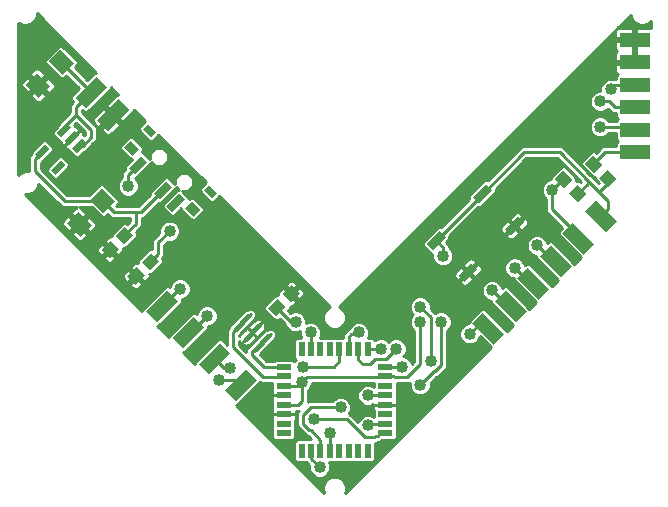
<source format=gbl>
G75*
%MOIN*%
%OFA0B0*%
%FSLAX25Y25*%
%IPPOS*%
%LPD*%
%AMOC8*
5,1,8,0,0,1.08239X$1,22.5*
%
%ADD10R,0.04331X0.03937*%
%ADD11R,0.06299X0.05512*%
%ADD12R,0.05000X0.02200*%
%ADD13R,0.02200X0.05000*%
%ADD14R,0.03000X0.06000*%
%ADD15C,0.01772*%
%ADD16C,0.01000*%
%ADD17R,0.10000X0.05000*%
%ADD18R,0.02165X0.04724*%
%ADD19R,0.02756X0.05906*%
%ADD20R,0.03937X0.02362*%
%ADD21R,0.03937X0.03150*%
%ADD22C,0.04000*%
D10*
G36*
X0181170Y0141870D02*
X0184231Y0144931D01*
X0187014Y0142148D01*
X0183953Y0139087D01*
X0181170Y0141870D01*
G37*
G36*
X0185903Y0146602D02*
X0188964Y0149663D01*
X0191747Y0146880D01*
X0188686Y0143819D01*
X0185903Y0146602D01*
G37*
G36*
X0144872Y0157505D02*
X0141811Y0154444D01*
X0139028Y0157227D01*
X0142089Y0160288D01*
X0144872Y0157505D01*
G37*
G36*
X0140139Y0152773D02*
X0137078Y0149712D01*
X0134295Y0152495D01*
X0137356Y0155556D01*
X0140139Y0152773D01*
G37*
G36*
X0125545Y0161245D02*
X0128606Y0164306D01*
X0131389Y0161523D01*
X0128328Y0158462D01*
X0125545Y0161245D01*
G37*
G36*
X0130278Y0165977D02*
X0133339Y0169038D01*
X0136122Y0166255D01*
X0133061Y0163194D01*
X0130278Y0165977D01*
G37*
G36*
X0279578Y0187788D02*
X0282639Y0184727D01*
X0279856Y0181944D01*
X0276795Y0185005D01*
X0279578Y0187788D01*
G37*
G36*
X0289578Y0192788D02*
X0292639Y0189727D01*
X0289856Y0186944D01*
X0286795Y0190005D01*
X0289578Y0192788D01*
G37*
G36*
X0294311Y0188056D02*
X0297372Y0184995D01*
X0294589Y0182212D01*
X0291528Y0185273D01*
X0294311Y0188056D01*
G37*
G36*
X0284311Y0183056D02*
X0287372Y0179995D01*
X0284589Y0177212D01*
X0281528Y0180273D01*
X0284311Y0183056D01*
G37*
D11*
G36*
X0126258Y0173472D02*
X0121806Y0177924D01*
X0125704Y0181822D01*
X0130156Y0177370D01*
X0126258Y0173472D01*
G37*
G36*
X0118463Y0165678D02*
X0114011Y0170130D01*
X0117909Y0174028D01*
X0122361Y0169576D01*
X0118463Y0165678D01*
G37*
G36*
X0104713Y0211928D02*
X0100261Y0216380D01*
X0104159Y0220278D01*
X0108611Y0215826D01*
X0104713Y0211928D01*
G37*
G36*
X0112508Y0219722D02*
X0108056Y0224174D01*
X0111954Y0228072D01*
X0116406Y0223620D01*
X0112508Y0219722D01*
G37*
D12*
X0186433Y0122274D03*
X0186433Y0119124D03*
X0186433Y0115974D03*
X0186433Y0112825D03*
X0186433Y0109675D03*
X0186433Y0106526D03*
X0186433Y0103376D03*
X0186433Y0100226D03*
X0220233Y0100226D03*
X0220233Y0103376D03*
X0220233Y0106526D03*
X0220233Y0109675D03*
X0220233Y0112825D03*
X0220233Y0115974D03*
X0220233Y0119124D03*
X0220233Y0122274D03*
D13*
X0214357Y0128150D03*
X0211207Y0128150D03*
X0208058Y0128150D03*
X0204908Y0128150D03*
X0201759Y0128150D03*
X0198609Y0128150D03*
X0195459Y0128150D03*
X0192310Y0128150D03*
X0192310Y0094350D03*
X0195459Y0094350D03*
X0198609Y0094350D03*
X0201759Y0094350D03*
X0204908Y0094350D03*
X0208058Y0094350D03*
X0211207Y0094350D03*
X0214357Y0094350D03*
D14*
G36*
X0246673Y0150613D02*
X0244552Y0152734D01*
X0248793Y0156975D01*
X0250914Y0154854D01*
X0246673Y0150613D01*
G37*
G36*
X0236067Y0161219D02*
X0233946Y0163340D01*
X0238187Y0167581D01*
X0240308Y0165460D01*
X0236067Y0161219D01*
G37*
G36*
X0262230Y0166169D02*
X0260109Y0168290D01*
X0264350Y0172531D01*
X0266471Y0170410D01*
X0262230Y0166169D01*
G37*
G36*
X0251623Y0176775D02*
X0249502Y0178896D01*
X0253743Y0183137D01*
X0255864Y0181016D01*
X0251623Y0176775D01*
G37*
D15*
X0181199Y0132434D02*
X0177149Y0128384D01*
X0173808Y0131725D02*
X0177858Y0135775D01*
X0174518Y0139116D02*
X0170468Y0135066D01*
D16*
X0174336Y0105717D02*
X0182433Y0105717D01*
X0182433Y0105228D02*
X0182536Y0104847D01*
X0182633Y0104677D01*
X0182633Y0098588D01*
X0183395Y0097826D01*
X0189472Y0097826D01*
X0190233Y0098588D01*
X0190233Y0104677D01*
X0190331Y0104847D01*
X0190433Y0105228D01*
X0190433Y0106476D01*
X0186483Y0106476D01*
X0186483Y0106576D01*
X0190433Y0106576D01*
X0190433Y0107675D01*
X0191430Y0107675D01*
X0190833Y0107078D01*
X0190833Y0102422D01*
X0192005Y0101250D01*
X0192833Y0100422D01*
X0192833Y0100422D01*
X0194005Y0099250D01*
X0194505Y0099250D01*
X0195605Y0098150D01*
X0190671Y0098150D01*
X0189910Y0097388D01*
X0189910Y0091312D01*
X0190671Y0090550D01*
X0193705Y0090550D01*
X0194833Y0089422D01*
X0194833Y0088054D01*
X0195366Y0086767D01*
X0196351Y0085783D01*
X0197637Y0085250D01*
X0199030Y0085250D01*
X0200316Y0085783D01*
X0201300Y0086767D01*
X0201833Y0088054D01*
X0201833Y0089446D01*
X0201376Y0090550D01*
X0215995Y0090550D01*
X0216757Y0091312D01*
X0216757Y0096750D01*
X0217287Y0096750D01*
X0217912Y0097375D01*
X0218537Y0097375D01*
X0218988Y0097826D01*
X0223272Y0097826D01*
X0224033Y0098588D01*
X0224033Y0107827D01*
X0224131Y0107996D01*
X0224233Y0108378D01*
X0224233Y0109625D01*
X0220283Y0109625D01*
X0220283Y0109725D01*
X0224233Y0109725D01*
X0224233Y0110973D01*
X0224131Y0111354D01*
X0224033Y0111523D01*
X0224033Y0116750D01*
X0228162Y0116750D01*
X0228333Y0116922D01*
X0228333Y0115554D01*
X0228866Y0114267D01*
X0229851Y0113283D01*
X0231137Y0112750D01*
X0232530Y0112750D01*
X0233816Y0113283D01*
X0234800Y0114267D01*
X0235333Y0115554D01*
X0235333Y0116922D01*
X0237162Y0118750D01*
X0237662Y0118750D01*
X0239662Y0120750D01*
X0240833Y0121922D01*
X0240833Y0134300D01*
X0241800Y0135267D01*
X0242333Y0136554D01*
X0242333Y0137946D01*
X0241800Y0139233D01*
X0240816Y0140217D01*
X0239530Y0140750D01*
X0238137Y0140750D01*
X0236851Y0140217D01*
X0236773Y0140139D01*
X0235333Y0141578D01*
X0235333Y0142946D01*
X0234800Y0144233D01*
X0233816Y0145217D01*
X0232530Y0145750D01*
X0231137Y0145750D01*
X0229851Y0145217D01*
X0228866Y0144233D01*
X0228333Y0142946D01*
X0228333Y0141554D01*
X0228866Y0140267D01*
X0229384Y0139750D01*
X0228866Y0139233D01*
X0228333Y0137946D01*
X0228333Y0136554D01*
X0228866Y0135267D01*
X0229833Y0134300D01*
X0229833Y0124078D01*
X0229148Y0123393D01*
X0228800Y0124233D01*
X0227816Y0125217D01*
X0226530Y0125750D01*
X0226283Y0125750D01*
X0226800Y0126267D01*
X0227333Y0127554D01*
X0227333Y0128946D01*
X0226800Y0130233D01*
X0225816Y0131217D01*
X0224530Y0131750D01*
X0223137Y0131750D01*
X0221851Y0131217D01*
X0221333Y0130700D01*
X0220816Y0131217D01*
X0219530Y0131750D01*
X0218137Y0131750D01*
X0216851Y0131217D01*
X0216757Y0131123D01*
X0216757Y0131188D01*
X0215995Y0131950D01*
X0214376Y0131950D01*
X0214833Y0133054D01*
X0214833Y0134446D01*
X0214300Y0135733D01*
X0213316Y0136717D01*
X0212030Y0137250D01*
X0210637Y0137250D01*
X0209351Y0136717D01*
X0208366Y0135733D01*
X0208104Y0135099D01*
X0206958Y0133953D01*
X0206058Y0133053D01*
X0206058Y0131950D01*
X0198376Y0131950D01*
X0198833Y0133054D01*
X0198833Y0134446D01*
X0198300Y0135733D01*
X0197316Y0136717D01*
X0196030Y0137250D01*
X0194637Y0137250D01*
X0193833Y0136917D01*
X0193833Y0137946D01*
X0193300Y0139233D01*
X0192316Y0140217D01*
X0191030Y0140750D01*
X0189637Y0140750D01*
X0188606Y0140323D01*
X0187817Y0141112D01*
X0188315Y0141609D01*
X0188315Y0142365D01*
X0188488Y0142318D01*
X0188883Y0142318D01*
X0189264Y0142420D01*
X0189606Y0142618D01*
X0190935Y0143946D01*
X0188825Y0146056D01*
X0189510Y0146741D01*
X0191620Y0144631D01*
X0192948Y0145959D01*
X0193145Y0146302D01*
X0193248Y0146683D01*
X0193248Y0147078D01*
X0193145Y0147459D01*
X0192948Y0147802D01*
X0191759Y0148991D01*
X0189510Y0146741D01*
X0188825Y0147426D01*
X0191074Y0149675D01*
X0189885Y0150865D01*
X0189543Y0151062D01*
X0189161Y0151164D01*
X0188766Y0151164D01*
X0188385Y0151062D01*
X0188043Y0150865D01*
X0186714Y0149536D01*
X0188825Y0147426D01*
X0188140Y0146741D01*
X0186030Y0148851D01*
X0184701Y0147523D01*
X0184504Y0147181D01*
X0184402Y0146800D01*
X0184402Y0146405D01*
X0184448Y0146232D01*
X0183693Y0146232D01*
X0179869Y0142408D01*
X0179869Y0141331D01*
X0183414Y0137786D01*
X0184491Y0137786D01*
X0184989Y0138283D01*
X0186851Y0136422D01*
X0186915Y0136358D01*
X0187366Y0135267D01*
X0188351Y0134283D01*
X0189637Y0133750D01*
X0191030Y0133750D01*
X0191833Y0134083D01*
X0191833Y0133054D01*
X0192291Y0131950D01*
X0190671Y0131950D01*
X0189910Y0131188D01*
X0189910Y0125112D01*
X0190327Y0124694D01*
X0189890Y0124256D01*
X0189472Y0124674D01*
X0183395Y0124674D01*
X0182995Y0124274D01*
X0180638Y0124274D01*
X0178384Y0126528D01*
X0183385Y0131529D01*
X0183385Y0132075D01*
X0183802Y0132492D01*
X0183802Y0133983D01*
X0182748Y0135038D01*
X0181257Y0135038D01*
X0180840Y0134620D01*
X0180294Y0134620D01*
X0175173Y0129500D01*
X0175005Y0129500D01*
X0173833Y0128328D01*
X0173833Y0127328D01*
X0171583Y0129578D01*
X0171583Y0130861D01*
X0171694Y0130595D01*
X0171955Y0130204D01*
X0172121Y0130038D01*
X0175833Y0133750D01*
X0174146Y0135437D01*
X0171955Y0133246D01*
X0171694Y0132855D01*
X0171583Y0132588D01*
X0171583Y0132922D01*
X0173321Y0134659D01*
X0174493Y0135831D01*
X0174493Y0135999D01*
X0176704Y0138211D01*
X0176704Y0138756D01*
X0177121Y0139173D01*
X0177121Y0140665D01*
X0176067Y0141719D01*
X0174576Y0141719D01*
X0174158Y0141302D01*
X0173613Y0141302D01*
X0168282Y0135971D01*
X0168282Y0135425D01*
X0167864Y0135008D01*
X0167864Y0134859D01*
X0167583Y0134578D01*
X0167583Y0129660D01*
X0165640Y0131603D01*
X0164563Y0131603D01*
X0156730Y0123771D01*
X0156730Y0123323D01*
X0152906Y0127147D01*
X0153354Y0127147D01*
X0161187Y0134979D01*
X0161187Y0135750D01*
X0161530Y0135750D01*
X0162816Y0136283D01*
X0163800Y0137267D01*
X0164333Y0138554D01*
X0164333Y0139946D01*
X0163800Y0141233D01*
X0162816Y0142217D01*
X0161530Y0142750D01*
X0160137Y0142750D01*
X0158851Y0142217D01*
X0157866Y0141233D01*
X0157333Y0139946D01*
X0157333Y0139910D01*
X0156890Y0140353D01*
X0155813Y0140353D01*
X0147980Y0132521D01*
X0147980Y0132073D01*
X0144156Y0135897D01*
X0144604Y0135897D01*
X0152437Y0143729D01*
X0152437Y0144750D01*
X0152530Y0144750D01*
X0153816Y0145283D01*
X0154800Y0146267D01*
X0155333Y0147554D01*
X0155333Y0148946D01*
X0154800Y0150233D01*
X0153816Y0151217D01*
X0152530Y0151750D01*
X0151137Y0151750D01*
X0149851Y0151217D01*
X0148866Y0150233D01*
X0148333Y0148946D01*
X0148333Y0148910D01*
X0148140Y0149103D01*
X0147063Y0149103D01*
X0139230Y0141271D01*
X0139230Y0140823D01*
X0100103Y0179950D01*
X0101589Y0179950D01*
X0102986Y0180529D01*
X0104055Y0181597D01*
X0104633Y0182994D01*
X0104633Y0183372D01*
X0111333Y0176672D01*
X0112505Y0175500D01*
X0117604Y0175500D01*
X0117329Y0175426D01*
X0116986Y0175229D01*
X0115252Y0173494D01*
X0118186Y0170560D01*
X0120842Y0173215D01*
X0118829Y0175229D01*
X0118486Y0175426D01*
X0118211Y0175500D01*
X0122392Y0175500D01*
X0125721Y0172172D01*
X0126798Y0172172D01*
X0127713Y0173087D01*
X0127878Y0172922D01*
X0129050Y0171750D01*
X0135083Y0171750D01*
X0135083Y0170828D01*
X0134236Y0169981D01*
X0133877Y0170339D01*
X0132800Y0170339D01*
X0128977Y0166516D01*
X0128977Y0165760D01*
X0128804Y0165807D01*
X0128409Y0165807D01*
X0128027Y0165705D01*
X0127685Y0165507D01*
X0126357Y0164179D01*
X0128467Y0162069D01*
X0127782Y0161384D01*
X0125672Y0163494D01*
X0124344Y0162166D01*
X0124146Y0161823D01*
X0124044Y0161442D01*
X0124044Y0161047D01*
X0124146Y0160666D01*
X0124344Y0160323D01*
X0125533Y0159134D01*
X0127782Y0161384D01*
X0128467Y0160699D01*
X0129152Y0161384D01*
X0131262Y0159274D01*
X0132590Y0160602D01*
X0132788Y0160944D01*
X0132890Y0161325D01*
X0132890Y0161720D01*
X0132844Y0161893D01*
X0133599Y0161893D01*
X0137423Y0165717D01*
X0137423Y0166794D01*
X0137064Y0167152D01*
X0137912Y0168000D01*
X0139083Y0169172D01*
X0139083Y0171750D01*
X0139588Y0171750D01*
X0140759Y0172922D01*
X0144641Y0176803D01*
X0145599Y0176803D01*
X0150537Y0181740D01*
X0150537Y0182203D01*
X0151388Y0181352D01*
X0150925Y0181352D01*
X0145988Y0176414D01*
X0145988Y0175337D01*
X0148698Y0172627D01*
X0149775Y0172627D01*
X0152252Y0175104D01*
X0152252Y0174641D01*
X0155797Y0171096D01*
X0156874Y0171096D01*
X0159863Y0174085D01*
X0159863Y0175162D01*
X0156317Y0178707D01*
X0155240Y0178707D01*
X0154713Y0178179D01*
X0154713Y0178641D01*
X0152443Y0180911D01*
X0152523Y0180878D01*
X0153745Y0180878D01*
X0154874Y0181345D01*
X0155738Y0182209D01*
X0156206Y0183338D01*
X0156206Y0184560D01*
X0155738Y0185689D01*
X0154874Y0186553D01*
X0153745Y0187021D01*
X0152523Y0187021D01*
X0151394Y0186553D01*
X0150530Y0185689D01*
X0150063Y0184560D01*
X0150063Y0183338D01*
X0150096Y0183258D01*
X0147826Y0185528D01*
X0146750Y0185528D01*
X0141812Y0180590D01*
X0141812Y0179631D01*
X0137931Y0175750D01*
X0130707Y0175750D01*
X0130541Y0175915D01*
X0131457Y0176831D01*
X0131457Y0177908D01*
X0126241Y0183123D01*
X0125164Y0183123D01*
X0121541Y0179500D01*
X0114162Y0179500D01*
X0105333Y0188328D01*
X0105333Y0190289D01*
X0105453Y0190289D01*
X0109555Y0194392D01*
X0109555Y0195469D01*
X0107263Y0197761D01*
X0106186Y0197761D01*
X0102083Y0193659D01*
X0102083Y0193118D01*
X0101333Y0192368D01*
X0101333Y0187550D01*
X0100077Y0187550D01*
X0098681Y0186971D01*
X0097933Y0186224D01*
X0097933Y0236901D01*
X0098056Y0236779D01*
X0099452Y0236200D01*
X0100964Y0236200D01*
X0102361Y0236779D01*
X0103430Y0237847D01*
X0104008Y0239244D01*
X0104008Y0240105D01*
X0123760Y0220353D01*
X0123313Y0220353D01*
X0120958Y0217999D01*
X0116791Y0222165D01*
X0117707Y0223081D01*
X0117707Y0224158D01*
X0112491Y0229373D01*
X0111414Y0229373D01*
X0106755Y0224714D01*
X0106755Y0223637D01*
X0111971Y0218422D01*
X0113048Y0218422D01*
X0113963Y0219337D01*
X0118130Y0215170D01*
X0115480Y0212521D01*
X0115480Y0211444D01*
X0116214Y0210709D01*
X0115083Y0209578D01*
X0115083Y0207078D01*
X0111058Y0203053D01*
X0111058Y0202634D01*
X0109322Y0200898D01*
X0109322Y0199821D01*
X0111615Y0197528D01*
X0111767Y0197528D01*
X0111767Y0197517D01*
X0111869Y0197136D01*
X0112066Y0196794D01*
X0112942Y0195918D01*
X0115644Y0198619D01*
X0115703Y0198561D01*
X0113001Y0195859D01*
X0113877Y0194983D01*
X0114219Y0194786D01*
X0114600Y0194683D01*
X0114611Y0194683D01*
X0114611Y0194531D01*
X0116904Y0192239D01*
X0117981Y0192239D01*
X0119717Y0193975D01*
X0120136Y0193975D01*
X0122912Y0196750D01*
X0124083Y0197922D01*
X0124083Y0202078D01*
X0119083Y0207078D01*
X0119083Y0207840D01*
X0119777Y0207147D01*
X0120854Y0207147D01*
X0128687Y0214979D01*
X0128687Y0215427D01*
X0131080Y0213034D01*
X0130772Y0212951D01*
X0130430Y0212754D01*
X0127108Y0209432D01*
X0129583Y0206957D01*
X0128876Y0206250D01*
X0129583Y0205543D01*
X0125341Y0201300D01*
X0126895Y0199746D01*
X0127237Y0199549D01*
X0127618Y0199447D01*
X0128013Y0199447D01*
X0128395Y0199549D01*
X0128737Y0199746D01*
X0132058Y0203068D01*
X0129583Y0205543D01*
X0130290Y0206250D01*
X0132765Y0203775D01*
X0136087Y0207097D01*
X0136284Y0207439D01*
X0136367Y0207747D01*
X0140001Y0204112D01*
X0138054Y0202165D01*
X0138054Y0201088D01*
X0141599Y0197543D01*
X0142676Y0197543D01*
X0144623Y0199490D01*
X0160323Y0183790D01*
X0158376Y0181843D01*
X0158376Y0180766D01*
X0161922Y0177221D01*
X0162999Y0177221D01*
X0164946Y0179168D01*
X0201860Y0142253D01*
X0201181Y0141971D01*
X0200112Y0140903D01*
X0199533Y0139506D01*
X0199533Y0137994D01*
X0200112Y0136597D01*
X0201181Y0135529D01*
X0202577Y0134950D01*
X0204089Y0134950D01*
X0205486Y0135529D01*
X0206555Y0136597D01*
X0207133Y0137994D01*
X0207133Y0139506D01*
X0206555Y0140903D01*
X0205486Y0141971D01*
X0204806Y0142253D01*
X0205433Y0142880D01*
X0297009Y0234455D01*
X0296936Y0234329D01*
X0296833Y0233947D01*
X0296833Y0231750D01*
X0302833Y0231750D01*
X0302833Y0230750D01*
X0296833Y0230750D01*
X0296833Y0228553D01*
X0296936Y0228171D01*
X0297133Y0227829D01*
X0297412Y0227550D01*
X0297498Y0227500D01*
X0297412Y0227450D01*
X0297133Y0227171D01*
X0296936Y0226829D01*
X0296833Y0226447D01*
X0296833Y0224250D01*
X0302833Y0224250D01*
X0302833Y0223250D01*
X0296833Y0223250D01*
X0296833Y0221053D01*
X0296936Y0220671D01*
X0297133Y0220329D01*
X0297412Y0220050D01*
X0297655Y0219910D01*
X0297033Y0219288D01*
X0297033Y0218250D01*
X0294637Y0218250D01*
X0293351Y0217717D01*
X0292366Y0216733D01*
X0291833Y0215446D01*
X0291833Y0214250D01*
X0291137Y0214250D01*
X0289851Y0213717D01*
X0288866Y0212733D01*
X0288333Y0211446D01*
X0288333Y0210054D01*
X0288866Y0208767D01*
X0289851Y0207783D01*
X0291137Y0207250D01*
X0292530Y0207250D01*
X0293816Y0207783D01*
X0294394Y0208361D01*
X0294833Y0207922D01*
X0296005Y0206750D01*
X0297033Y0206750D01*
X0297033Y0205712D01*
X0297745Y0205000D01*
X0297033Y0204288D01*
X0297033Y0204250D01*
X0294783Y0204250D01*
X0293816Y0205217D01*
X0292530Y0205750D01*
X0291137Y0205750D01*
X0289851Y0205217D01*
X0288866Y0204233D01*
X0288333Y0202946D01*
X0288333Y0201554D01*
X0288866Y0200267D01*
X0289851Y0199283D01*
X0291137Y0198750D01*
X0292530Y0198750D01*
X0293816Y0199283D01*
X0294783Y0200250D01*
X0297033Y0200250D01*
X0297033Y0198212D01*
X0297745Y0197500D01*
X0297033Y0196788D01*
X0297033Y0195750D01*
X0292505Y0195750D01*
X0291333Y0194578D01*
X0290480Y0193725D01*
X0290116Y0194089D01*
X0289039Y0194089D01*
X0285494Y0190544D01*
X0285494Y0189467D01*
X0289318Y0185643D01*
X0290227Y0185643D01*
X0290227Y0184734D01*
X0291483Y0183478D01*
X0291458Y0183453D01*
X0289708Y0185203D01*
X0288537Y0186375D01*
X0279162Y0195750D01*
X0265648Y0195750D01*
X0264477Y0194578D01*
X0254310Y0184411D01*
X0254282Y0184438D01*
X0253205Y0184438D01*
X0248201Y0179434D01*
X0248201Y0178357D01*
X0248228Y0178330D01*
X0238753Y0168855D01*
X0238726Y0168882D01*
X0237649Y0168882D01*
X0232645Y0163878D01*
X0232645Y0162801D01*
X0235528Y0159918D01*
X0235958Y0159918D01*
X0235958Y0158554D01*
X0236491Y0157267D01*
X0237476Y0156283D01*
X0238762Y0155750D01*
X0240155Y0155750D01*
X0241441Y0156283D01*
X0242425Y0157267D01*
X0242958Y0158554D01*
X0242958Y0159946D01*
X0242425Y0161233D01*
X0241458Y0162200D01*
X0241458Y0162897D01*
X0240521Y0163834D01*
X0241609Y0164922D01*
X0241609Y0165999D01*
X0241582Y0166026D01*
X0251057Y0175502D01*
X0251084Y0175474D01*
X0252161Y0175474D01*
X0257165Y0180479D01*
X0257165Y0181556D01*
X0257138Y0181583D01*
X0267305Y0191750D01*
X0277505Y0191750D01*
X0285371Y0183884D01*
X0285347Y0183859D01*
X0284849Y0184357D01*
X0283940Y0184357D01*
X0283940Y0185266D01*
X0280116Y0189089D01*
X0279039Y0189089D01*
X0275494Y0185544D01*
X0275494Y0184750D01*
X0275137Y0184750D01*
X0273851Y0184217D01*
X0272866Y0183233D01*
X0272333Y0181946D01*
X0272333Y0180554D01*
X0272866Y0179267D01*
X0273833Y0178300D01*
X0273833Y0173922D01*
X0279214Y0168541D01*
X0277980Y0167306D01*
X0277980Y0166229D01*
X0285411Y0158798D01*
X0283285Y0156672D01*
X0275854Y0164103D01*
X0274777Y0164103D01*
X0274271Y0163597D01*
X0273800Y0164733D01*
X0272816Y0165717D01*
X0271530Y0166250D01*
X0270137Y0166250D01*
X0268851Y0165717D01*
X0267866Y0164733D01*
X0267333Y0163446D01*
X0267333Y0162054D01*
X0267866Y0160767D01*
X0268851Y0159783D01*
X0270137Y0159250D01*
X0270480Y0159250D01*
X0270480Y0158729D01*
X0277911Y0151298D01*
X0275785Y0149172D01*
X0268354Y0156603D01*
X0267277Y0156603D01*
X0266771Y0156097D01*
X0266300Y0157233D01*
X0265316Y0158217D01*
X0264030Y0158750D01*
X0262637Y0158750D01*
X0261351Y0158217D01*
X0260366Y0157233D01*
X0259833Y0155946D01*
X0259833Y0154554D01*
X0260366Y0153267D01*
X0261351Y0152283D01*
X0262637Y0151750D01*
X0262980Y0151750D01*
X0262980Y0151229D01*
X0270411Y0143798D01*
X0268285Y0141672D01*
X0260854Y0149103D01*
X0259777Y0149103D01*
X0259271Y0148597D01*
X0258800Y0149733D01*
X0257816Y0150717D01*
X0256530Y0151250D01*
X0255137Y0151250D01*
X0253851Y0150717D01*
X0252866Y0149733D01*
X0252333Y0148446D01*
X0252333Y0147054D01*
X0252866Y0145767D01*
X0253851Y0144783D01*
X0255137Y0144250D01*
X0255480Y0144250D01*
X0255480Y0143729D01*
X0262911Y0136298D01*
X0260785Y0134172D01*
X0253354Y0141603D01*
X0252277Y0141603D01*
X0247980Y0137306D01*
X0247980Y0136750D01*
X0247637Y0136750D01*
X0246351Y0136217D01*
X0245366Y0135233D01*
X0244833Y0133946D01*
X0244833Y0132554D01*
X0245366Y0131267D01*
X0246351Y0130283D01*
X0247637Y0129750D01*
X0249030Y0129750D01*
X0250316Y0130283D01*
X0251300Y0131267D01*
X0251781Y0132428D01*
X0255411Y0128798D01*
X0206710Y0080096D01*
X0207133Y0081119D01*
X0207133Y0082631D01*
X0206555Y0084028D01*
X0205486Y0085096D01*
X0204089Y0085675D01*
X0202577Y0085675D01*
X0201181Y0085096D01*
X0200112Y0084028D01*
X0199533Y0082631D01*
X0199533Y0081119D01*
X0199957Y0080096D01*
X0170406Y0109647D01*
X0170854Y0109647D01*
X0178356Y0117149D01*
X0178755Y0116750D01*
X0182633Y0116750D01*
X0182633Y0114673D01*
X0182536Y0114504D01*
X0182433Y0114122D01*
X0182433Y0112875D01*
X0186383Y0112875D01*
X0186383Y0112775D01*
X0182433Y0112775D01*
X0182433Y0111527D01*
X0182536Y0111146D01*
X0182633Y0110976D01*
X0182633Y0108374D01*
X0182536Y0108205D01*
X0182433Y0107823D01*
X0182433Y0106576D01*
X0186383Y0106576D01*
X0186383Y0106476D01*
X0182433Y0106476D01*
X0182433Y0105228D01*
X0182609Y0104719D02*
X0175334Y0104719D01*
X0176333Y0103720D02*
X0182633Y0103720D01*
X0182633Y0102722D02*
X0177331Y0102722D01*
X0178330Y0101723D02*
X0182633Y0101723D01*
X0182633Y0100725D02*
X0179328Y0100725D01*
X0180327Y0099726D02*
X0182633Y0099726D01*
X0182633Y0098728D02*
X0181325Y0098728D01*
X0182324Y0097729D02*
X0190250Y0097729D01*
X0190233Y0098728D02*
X0195027Y0098728D01*
X0193529Y0099726D02*
X0190233Y0099726D01*
X0190233Y0100725D02*
X0192530Y0100725D01*
X0192005Y0101250D02*
X0192005Y0101250D01*
X0191532Y0101723D02*
X0190233Y0101723D01*
X0190233Y0102722D02*
X0190833Y0102722D01*
X0190833Y0103720D02*
X0190233Y0103720D01*
X0190257Y0104719D02*
X0190833Y0104719D01*
X0190833Y0105717D02*
X0190433Y0105717D01*
X0190433Y0106716D02*
X0190833Y0106716D01*
X0192833Y0106250D02*
X0195333Y0108750D01*
X0205333Y0108750D01*
X0208833Y0108713D02*
X0216233Y0108713D01*
X0216233Y0108378D02*
X0216336Y0107996D01*
X0216433Y0107827D01*
X0216433Y0105600D01*
X0216316Y0105717D01*
X0215030Y0106250D01*
X0213637Y0106250D01*
X0212351Y0105717D01*
X0209194Y0105717D01*
X0208222Y0106689D02*
X0208300Y0106767D01*
X0208833Y0108054D01*
X0208833Y0109446D01*
X0208300Y0110733D01*
X0207316Y0111717D01*
X0206030Y0112250D01*
X0204637Y0112250D01*
X0203351Y0111717D01*
X0202384Y0110750D01*
X0194505Y0110750D01*
X0194333Y0110578D01*
X0194333Y0114300D01*
X0195300Y0115267D01*
X0195833Y0116554D01*
X0195833Y0116875D01*
X0216433Y0116875D01*
X0216433Y0115600D01*
X0216316Y0115717D01*
X0215030Y0116250D01*
X0213637Y0116250D01*
X0212351Y0115717D01*
X0211366Y0114733D01*
X0210833Y0113446D01*
X0210833Y0112054D01*
X0211366Y0110767D01*
X0212351Y0109783D01*
X0213637Y0109250D01*
X0215030Y0109250D01*
X0216233Y0109749D01*
X0216233Y0109725D01*
X0220183Y0109725D01*
X0220183Y0109625D01*
X0216233Y0109625D01*
X0216233Y0108378D01*
X0216433Y0107714D02*
X0208693Y0107714D01*
X0208249Y0106716D02*
X0216433Y0106716D01*
X0216433Y0105717D02*
X0216316Y0105717D01*
X0214959Y0103376D02*
X0214333Y0102750D01*
X0214959Y0103376D02*
X0220233Y0103376D01*
X0220233Y0100226D02*
X0218560Y0100226D01*
X0217708Y0099375D01*
X0217083Y0099375D01*
X0216458Y0098750D01*
X0213333Y0098750D01*
X0207333Y0104750D01*
X0196333Y0104750D01*
X0195333Y0101250D02*
X0198609Y0097974D01*
X0198609Y0094350D01*
X0201759Y0094350D02*
X0201759Y0100175D01*
X0201833Y0100250D01*
X0195333Y0101250D02*
X0194833Y0101250D01*
X0192833Y0103250D01*
X0192833Y0106250D01*
X0191134Y0109675D02*
X0186433Y0109675D01*
X0182633Y0109711D02*
X0170919Y0109711D01*
X0171340Y0108713D02*
X0182633Y0108713D01*
X0182433Y0107714D02*
X0172339Y0107714D01*
X0173337Y0106716D02*
X0182433Y0106716D01*
X0182633Y0110710D02*
X0171917Y0110710D01*
X0172916Y0111708D02*
X0182433Y0111708D01*
X0182433Y0112707D02*
X0173914Y0112707D01*
X0174913Y0113705D02*
X0182433Y0113705D01*
X0182633Y0114704D02*
X0175911Y0114704D01*
X0176910Y0115702D02*
X0182633Y0115702D01*
X0182633Y0116701D02*
X0177908Y0116701D01*
X0179583Y0118750D02*
X0186059Y0118750D01*
X0186433Y0119124D01*
X0186433Y0122274D02*
X0179810Y0122274D01*
X0175833Y0126250D01*
X0175833Y0127500D01*
X0176265Y0127500D01*
X0179174Y0130409D01*
X0182002Y0133238D01*
X0180893Y0134674D02*
X0179985Y0134674D01*
X0179973Y0134645D02*
X0180153Y0135079D01*
X0180244Y0135540D01*
X0180244Y0136010D01*
X0180153Y0136471D01*
X0179973Y0136905D01*
X0179712Y0137296D01*
X0179546Y0137462D01*
X0175833Y0133750D01*
X0175833Y0133750D01*
X0175833Y0133750D01*
X0174146Y0135437D01*
X0176338Y0137628D01*
X0176728Y0137890D01*
X0177163Y0138069D01*
X0177624Y0138161D01*
X0178094Y0138161D01*
X0178555Y0138069D01*
X0178989Y0137890D01*
X0179379Y0137628D01*
X0179546Y0137462D01*
X0175833Y0133750D01*
X0172121Y0130038D01*
X0172287Y0129872D01*
X0172678Y0129610D01*
X0173112Y0129431D01*
X0173573Y0129339D01*
X0174043Y0129339D01*
X0174504Y0129431D01*
X0174938Y0129610D01*
X0175329Y0129872D01*
X0177520Y0132063D01*
X0175833Y0133750D01*
X0178662Y0136578D01*
X0178754Y0136671D02*
X0178755Y0136671D01*
X0179318Y0137670D02*
X0185603Y0137670D01*
X0186601Y0136671D02*
X0180070Y0136671D01*
X0180244Y0135673D02*
X0187198Y0135673D01*
X0187959Y0134674D02*
X0183112Y0134674D01*
X0183802Y0133676D02*
X0191833Y0133676D01*
X0191989Y0132677D02*
X0183802Y0132677D01*
X0183385Y0131679D02*
X0190400Y0131679D01*
X0189910Y0130680D02*
X0182536Y0130680D01*
X0181537Y0129682D02*
X0189910Y0129682D01*
X0189910Y0128683D02*
X0180539Y0128683D01*
X0179540Y0127684D02*
X0189910Y0127684D01*
X0189910Y0126686D02*
X0178542Y0126686D01*
X0179224Y0125687D02*
X0189910Y0125687D01*
X0190323Y0124689D02*
X0180223Y0124689D01*
X0176346Y0127581D02*
X0179174Y0130409D01*
X0177352Y0131679D02*
X0177136Y0131679D01*
X0177520Y0132063D02*
X0179712Y0134254D01*
X0179973Y0134645D01*
X0179349Y0133676D02*
X0179133Y0133676D01*
X0178351Y0132677D02*
X0178134Y0132677D01*
X0177520Y0132063D02*
X0175833Y0133750D01*
X0173005Y0130922D01*
X0172763Y0130680D02*
X0172763Y0130680D01*
X0172572Y0129682D02*
X0171583Y0129682D01*
X0171583Y0130680D02*
X0171658Y0130680D01*
X0171620Y0132677D02*
X0171583Y0132677D01*
X0172337Y0133676D02*
X0172385Y0133676D01*
X0173336Y0134674D02*
X0173383Y0134674D01*
X0174334Y0135673D02*
X0174382Y0135673D01*
X0174909Y0134674D02*
X0174909Y0134674D01*
X0175833Y0133750D02*
X0175833Y0133750D01*
X0175833Y0133750D01*
X0175759Y0133676D02*
X0175759Y0133676D01*
X0175908Y0133676D02*
X0175908Y0133676D01*
X0176757Y0134674D02*
X0176757Y0134674D01*
X0177756Y0135673D02*
X0177756Y0135673D01*
X0176399Y0137670D02*
X0176163Y0137670D01*
X0176704Y0138668D02*
X0182532Y0138668D01*
X0181533Y0139667D02*
X0177121Y0139667D01*
X0177121Y0140665D02*
X0180535Y0140665D01*
X0179869Y0141664D02*
X0176122Y0141664D01*
X0174520Y0141664D02*
X0163369Y0141664D01*
X0164036Y0140665D02*
X0172976Y0140665D01*
X0171977Y0139667D02*
X0164333Y0139667D01*
X0164333Y0138668D02*
X0170979Y0138668D01*
X0169980Y0137670D02*
X0163967Y0137670D01*
X0163204Y0136671D02*
X0168982Y0136671D01*
X0168282Y0135673D02*
X0161187Y0135673D01*
X0160881Y0134674D02*
X0167679Y0134674D01*
X0167583Y0133676D02*
X0159883Y0133676D01*
X0158884Y0132677D02*
X0167583Y0132677D01*
X0167583Y0131679D02*
X0157886Y0131679D01*
X0156887Y0130680D02*
X0163639Y0130680D01*
X0162641Y0129682D02*
X0155889Y0129682D01*
X0154890Y0128683D02*
X0161642Y0128683D01*
X0160644Y0127684D02*
X0153892Y0127684D01*
X0153367Y0126686D02*
X0159645Y0126686D01*
X0158647Y0125687D02*
X0154366Y0125687D01*
X0155364Y0124689D02*
X0157648Y0124689D01*
X0156730Y0123690D02*
X0156363Y0123690D01*
X0163333Y0124750D02*
X0163333Y0125000D01*
X0163333Y0124750D02*
X0166333Y0121750D01*
X0168333Y0121750D01*
X0170333Y0117750D02*
X0164833Y0117750D01*
X0170333Y0117750D02*
X0171833Y0116250D01*
X0172083Y0116250D01*
X0179583Y0118750D02*
X0169583Y0128750D01*
X0169583Y0133750D01*
X0172493Y0136659D01*
X0172493Y0137091D01*
X0175321Y0139919D01*
X0175380Y0136671D02*
X0175164Y0136671D01*
X0172493Y0137091D02*
X0169664Y0134262D01*
X0173762Y0131679D02*
X0173762Y0131679D01*
X0174760Y0132677D02*
X0174760Y0132677D01*
X0176906Y0132677D02*
X0176906Y0132677D01*
X0176354Y0130680D02*
X0176137Y0130680D01*
X0175355Y0129682D02*
X0175045Y0129682D01*
X0174188Y0128683D02*
X0172479Y0128683D01*
X0173477Y0127684D02*
X0173833Y0127684D01*
X0167583Y0129682D02*
X0167561Y0129682D01*
X0167583Y0130680D02*
X0166563Y0130680D01*
X0160833Y0139250D02*
X0155333Y0133750D01*
X0154583Y0133750D01*
X0151132Y0135673D02*
X0144381Y0135673D01*
X0145378Y0136671D02*
X0152130Y0136671D01*
X0153129Y0137670D02*
X0146377Y0137670D01*
X0147375Y0138668D02*
X0154127Y0138668D01*
X0155126Y0139667D02*
X0148374Y0139667D01*
X0149372Y0140665D02*
X0157631Y0140665D01*
X0158297Y0141664D02*
X0150371Y0141664D01*
X0151370Y0142662D02*
X0159925Y0142662D01*
X0161742Y0142662D02*
X0180123Y0142662D01*
X0181122Y0143661D02*
X0152368Y0143661D01*
X0152437Y0144659D02*
X0182120Y0144659D01*
X0183119Y0145658D02*
X0154191Y0145658D01*
X0154962Y0146656D02*
X0184402Y0146656D01*
X0184833Y0147655D02*
X0155333Y0147655D01*
X0155333Y0148653D02*
X0185831Y0148653D01*
X0186228Y0148653D02*
X0187598Y0148653D01*
X0187226Y0147655D02*
X0188596Y0147655D01*
X0189053Y0147655D02*
X0190423Y0147655D01*
X0190052Y0148653D02*
X0191421Y0148653D01*
X0192096Y0148653D02*
X0195460Y0148653D01*
X0194462Y0149652D02*
X0191050Y0149652D01*
X0190099Y0150650D02*
X0193463Y0150650D01*
X0192465Y0151649D02*
X0152774Y0151649D01*
X0150893Y0151649D02*
X0141137Y0151649D01*
X0141340Y0151852D02*
X0140012Y0150524D01*
X0137902Y0152634D01*
X0137217Y0151949D01*
X0139327Y0149839D01*
X0137999Y0148510D01*
X0137657Y0148313D01*
X0137275Y0148211D01*
X0136880Y0148211D01*
X0136499Y0148313D01*
X0136157Y0148510D01*
X0134968Y0149699D01*
X0137217Y0151949D01*
X0136532Y0152634D01*
X0134422Y0154744D01*
X0133094Y0153416D01*
X0132896Y0153073D01*
X0132794Y0152692D01*
X0132794Y0152297D01*
X0132896Y0151916D01*
X0133094Y0151573D01*
X0134283Y0150384D01*
X0136532Y0152634D01*
X0137217Y0153319D01*
X0135107Y0155429D01*
X0136435Y0156757D01*
X0136777Y0156955D01*
X0137159Y0157057D01*
X0137554Y0157057D01*
X0137727Y0157010D01*
X0137727Y0157766D01*
X0141550Y0161589D01*
X0142583Y0161589D01*
X0142583Y0164578D01*
X0143755Y0165750D01*
X0144833Y0166828D01*
X0144833Y0168196D01*
X0145366Y0169483D01*
X0146351Y0170467D01*
X0147637Y0171000D01*
X0149030Y0171000D01*
X0150316Y0170467D01*
X0151300Y0169483D01*
X0151833Y0168196D01*
X0151833Y0166804D01*
X0151300Y0165517D01*
X0150316Y0164533D01*
X0149030Y0164000D01*
X0147662Y0164000D01*
X0146583Y0162922D01*
X0146583Y0159172D01*
X0145814Y0158402D01*
X0146173Y0158044D01*
X0146173Y0156967D01*
X0142349Y0153143D01*
X0141594Y0153143D01*
X0141640Y0152970D01*
X0141640Y0152575D01*
X0141538Y0152194D01*
X0141340Y0151852D01*
X0141640Y0152647D02*
X0191466Y0152647D01*
X0190468Y0153646D02*
X0142851Y0153646D01*
X0143850Y0154644D02*
X0189469Y0154644D01*
X0188471Y0155643D02*
X0144849Y0155643D01*
X0145847Y0156641D02*
X0187472Y0156641D01*
X0186474Y0157640D02*
X0146173Y0157640D01*
X0146050Y0158638D02*
X0185475Y0158638D01*
X0184477Y0159637D02*
X0146583Y0159637D01*
X0146583Y0160635D02*
X0183478Y0160635D01*
X0182480Y0161634D02*
X0146583Y0161634D01*
X0146583Y0162632D02*
X0181481Y0162632D01*
X0180483Y0163631D02*
X0147293Y0163631D01*
X0144583Y0163750D02*
X0144583Y0160000D01*
X0141950Y0157366D01*
X0141950Y0157366D01*
X0139598Y0159637D02*
X0131625Y0159637D01*
X0130899Y0159637D02*
X0129529Y0159637D01*
X0129900Y0160635D02*
X0128530Y0160635D01*
X0128467Y0160699D02*
X0130577Y0158589D01*
X0129249Y0157260D01*
X0128907Y0157063D01*
X0128525Y0156961D01*
X0128130Y0156961D01*
X0127749Y0157063D01*
X0127407Y0157260D01*
X0126218Y0158449D01*
X0128467Y0160699D01*
X0128404Y0160635D02*
X0127034Y0160635D01*
X0127405Y0159637D02*
X0126035Y0159637D01*
X0125030Y0159637D02*
X0120416Y0159637D01*
X0119418Y0160635D02*
X0124164Y0160635D01*
X0124095Y0161634D02*
X0118419Y0161634D01*
X0117421Y0162632D02*
X0124811Y0162632D01*
X0126533Y0162632D02*
X0127903Y0162632D01*
X0128032Y0161634D02*
X0127532Y0161634D01*
X0126905Y0163631D02*
X0116422Y0163631D01*
X0117390Y0164629D02*
X0115424Y0164629D01*
X0116392Y0165628D02*
X0114425Y0165628D01*
X0115530Y0166490D02*
X0117543Y0164476D01*
X0117885Y0164279D01*
X0118267Y0164177D01*
X0118662Y0164177D01*
X0119043Y0164279D01*
X0119385Y0164476D01*
X0121120Y0166211D01*
X0118186Y0169145D01*
X0118893Y0169853D01*
X0118186Y0170560D01*
X0117479Y0169853D01*
X0114545Y0172787D01*
X0112810Y0171052D01*
X0112612Y0170710D01*
X0112510Y0170328D01*
X0112510Y0169933D01*
X0112612Y0169552D01*
X0112810Y0169210D01*
X0114823Y0167197D01*
X0117479Y0169853D01*
X0118186Y0169145D01*
X0115530Y0166490D01*
X0115667Y0166626D02*
X0113427Y0166626D01*
X0114395Y0167625D02*
X0112428Y0167625D01*
X0113396Y0168623D02*
X0111430Y0168623D01*
X0110431Y0169622D02*
X0112594Y0169622D01*
X0112588Y0170620D02*
X0109433Y0170620D01*
X0108434Y0171619D02*
X0113377Y0171619D01*
X0114375Y0172618D02*
X0107436Y0172618D01*
X0106437Y0173616D02*
X0115374Y0173616D01*
X0114714Y0172618D02*
X0116128Y0172618D01*
X0115712Y0171619D02*
X0117127Y0171619D01*
X0116711Y0170620D02*
X0118125Y0170620D01*
X0118247Y0170620D02*
X0119661Y0170620D01*
X0119245Y0171619D02*
X0120659Y0171619D01*
X0120244Y0172618D02*
X0125275Y0172618D01*
X0124276Y0173616D02*
X0120441Y0173616D01*
X0119443Y0174615D02*
X0123278Y0174615D01*
X0121549Y0172508D02*
X0123562Y0170495D01*
X0123759Y0170153D01*
X0123862Y0169772D01*
X0123862Y0169377D01*
X0123759Y0168995D01*
X0123562Y0168653D01*
X0121827Y0166918D01*
X0118893Y0169853D01*
X0121549Y0172508D01*
X0122438Y0171619D02*
X0135083Y0171619D01*
X0134875Y0170620D02*
X0123437Y0170620D01*
X0123862Y0169622D02*
X0132083Y0169622D01*
X0131084Y0168623D02*
X0123532Y0168623D01*
X0122534Y0167625D02*
X0130086Y0167625D01*
X0129087Y0166626D02*
X0120705Y0166626D01*
X0120537Y0165628D02*
X0127895Y0165628D01*
X0126808Y0164629D02*
X0119538Y0164629D01*
X0119706Y0167625D02*
X0121121Y0167625D01*
X0120122Y0168623D02*
X0118708Y0168623D01*
X0118662Y0169622D02*
X0119124Y0169622D01*
X0117709Y0169622D02*
X0117248Y0169622D01*
X0117664Y0168623D02*
X0116250Y0168623D01*
X0116665Y0167625D02*
X0115251Y0167625D01*
X0116372Y0174615D02*
X0105439Y0174615D01*
X0104440Y0175613D02*
X0112392Y0175613D01*
X0111393Y0176612D02*
X0103442Y0176612D01*
X0102443Y0177610D02*
X0110395Y0177610D01*
X0109396Y0178609D02*
X0101445Y0178609D01*
X0100446Y0179607D02*
X0108398Y0179607D01*
X0107399Y0180606D02*
X0103063Y0180606D01*
X0104058Y0181604D02*
X0106401Y0181604D01*
X0105402Y0182603D02*
X0104471Y0182603D01*
X0108064Y0185598D02*
X0109067Y0185598D01*
X0109665Y0185000D02*
X0110742Y0185000D01*
X0114845Y0189102D01*
X0114845Y0190179D01*
X0112552Y0192472D01*
X0111475Y0192472D01*
X0107373Y0188370D01*
X0107373Y0187293D01*
X0109665Y0185000D01*
X0109062Y0184600D02*
X0131733Y0184600D01*
X0131616Y0184483D02*
X0131083Y0183196D01*
X0131083Y0181804D01*
X0131616Y0180517D01*
X0132601Y0179533D01*
X0133887Y0179000D01*
X0135280Y0179000D01*
X0136566Y0179533D01*
X0137550Y0180517D01*
X0138083Y0181804D01*
X0138083Y0183196D01*
X0137550Y0184483D01*
X0136878Y0185155D01*
X0137248Y0185155D01*
X0142185Y0190092D01*
X0142185Y0190554D01*
X0143043Y0189697D01*
X0144172Y0189229D01*
X0145393Y0189229D01*
X0146522Y0189697D01*
X0147387Y0190561D01*
X0147854Y0191690D01*
X0147854Y0192912D01*
X0147387Y0194041D01*
X0146522Y0194905D01*
X0145393Y0195372D01*
X0144172Y0195372D01*
X0143043Y0194905D01*
X0142178Y0194041D01*
X0141711Y0192912D01*
X0141711Y0191690D01*
X0141744Y0191610D01*
X0139475Y0193879D01*
X0139013Y0193879D01*
X0139540Y0194407D01*
X0139540Y0195484D01*
X0135995Y0199029D01*
X0134918Y0199029D01*
X0131929Y0196041D01*
X0131929Y0194964D01*
X0135475Y0191418D01*
X0135937Y0191418D01*
X0133461Y0188942D01*
X0133461Y0187983D01*
X0132583Y0187106D01*
X0132583Y0185450D01*
X0131616Y0184483D01*
X0131251Y0183601D02*
X0110061Y0183601D01*
X0111059Y0182603D02*
X0124643Y0182603D01*
X0123645Y0181604D02*
X0112058Y0181604D01*
X0113056Y0180606D02*
X0122646Y0180606D01*
X0121648Y0179607D02*
X0114055Y0179607D01*
X0113333Y0177500D02*
X0125833Y0177500D01*
X0125981Y0177647D01*
X0129878Y0173750D01*
X0137083Y0173750D01*
X0137083Y0170000D01*
X0133200Y0166116D01*
X0135337Y0163631D02*
X0142583Y0163631D01*
X0142583Y0162632D02*
X0134338Y0162632D01*
X0132890Y0161634D02*
X0142583Y0161634D01*
X0140596Y0160635D02*
X0132610Y0160635D01*
X0130527Y0158638D02*
X0138599Y0158638D01*
X0137727Y0157640D02*
X0129628Y0157640D01*
X0127027Y0157640D02*
X0122413Y0157640D01*
X0121415Y0158638D02*
X0126407Y0158638D01*
X0123412Y0156641D02*
X0136319Y0156641D01*
X0135321Y0155643D02*
X0124410Y0155643D01*
X0125409Y0154644D02*
X0134322Y0154644D01*
X0134522Y0154644D02*
X0135891Y0154644D01*
X0135520Y0153646D02*
X0136890Y0153646D01*
X0136546Y0152647D02*
X0136519Y0152647D01*
X0136917Y0151649D02*
X0135547Y0151649D01*
X0135918Y0150650D02*
X0134549Y0150650D01*
X0134017Y0150650D02*
X0129403Y0150650D01*
X0130401Y0149652D02*
X0135015Y0149652D01*
X0136014Y0148653D02*
X0131400Y0148653D01*
X0132398Y0147655D02*
X0145614Y0147655D01*
X0146613Y0148653D02*
X0138142Y0148653D01*
X0139140Y0149652D02*
X0148626Y0149652D01*
X0149284Y0150650D02*
X0140139Y0150650D01*
X0139885Y0150650D02*
X0138516Y0150650D01*
X0138887Y0151649D02*
X0137517Y0151649D01*
X0133050Y0151649D02*
X0128404Y0151649D01*
X0127406Y0152647D02*
X0132794Y0152647D01*
X0133324Y0153646D02*
X0126407Y0153646D01*
X0133397Y0146656D02*
X0144616Y0146656D01*
X0143617Y0145658D02*
X0134395Y0145658D01*
X0135394Y0144659D02*
X0142619Y0144659D01*
X0141620Y0143661D02*
X0136392Y0143661D01*
X0137391Y0142662D02*
X0140621Y0142662D01*
X0139623Y0141664D02*
X0138389Y0141664D01*
X0145833Y0142500D02*
X0151583Y0148250D01*
X0151833Y0148250D01*
X0155041Y0149652D02*
X0186830Y0149652D01*
X0187828Y0150650D02*
X0154383Y0150650D01*
X0144583Y0163750D02*
X0148333Y0167500D01*
X0144833Y0167625D02*
X0137537Y0167625D01*
X0137423Y0166626D02*
X0144631Y0166626D01*
X0143633Y0165628D02*
X0137334Y0165628D01*
X0136335Y0164629D02*
X0142634Y0164629D01*
X0145010Y0168623D02*
X0138535Y0168623D01*
X0139083Y0169622D02*
X0145506Y0169622D01*
X0146721Y0170620D02*
X0139083Y0170620D01*
X0139083Y0171619D02*
X0155274Y0171619D01*
X0154276Y0172618D02*
X0140455Y0172618D01*
X0141454Y0173616D02*
X0147709Y0173616D01*
X0146711Y0174615D02*
X0142452Y0174615D01*
X0143451Y0175613D02*
X0145988Y0175613D01*
X0146185Y0176612D02*
X0144449Y0176612D01*
X0146406Y0177610D02*
X0147184Y0177610D01*
X0147405Y0178609D02*
X0148182Y0178609D01*
X0148403Y0179607D02*
X0149181Y0179607D01*
X0149402Y0180606D02*
X0150179Y0180606D01*
X0150400Y0181604D02*
X0151135Y0181604D01*
X0152748Y0180606D02*
X0158537Y0180606D01*
X0158376Y0181604D02*
X0155133Y0181604D01*
X0155901Y0182603D02*
X0159136Y0182603D01*
X0160134Y0183601D02*
X0156206Y0183601D01*
X0156189Y0184600D02*
X0159514Y0184600D01*
X0158515Y0185598D02*
X0155776Y0185598D01*
X0154769Y0186597D02*
X0157517Y0186597D01*
X0156518Y0187595D02*
X0139688Y0187595D01*
X0138690Y0186597D02*
X0151499Y0186597D01*
X0150492Y0185598D02*
X0137691Y0185598D01*
X0137433Y0184600D02*
X0145822Y0184600D01*
X0144823Y0183601D02*
X0137916Y0183601D01*
X0138083Y0182603D02*
X0143825Y0182603D01*
X0142826Y0181604D02*
X0138001Y0181604D01*
X0137587Y0180606D02*
X0141828Y0180606D01*
X0141788Y0179607D02*
X0136640Y0179607D01*
X0138792Y0176612D02*
X0131238Y0176612D01*
X0131457Y0177610D02*
X0139791Y0177610D01*
X0140789Y0178609D02*
X0130756Y0178609D01*
X0129757Y0179607D02*
X0132526Y0179607D01*
X0131580Y0180606D02*
X0128759Y0180606D01*
X0127760Y0181604D02*
X0131166Y0181604D01*
X0131083Y0182603D02*
X0126761Y0182603D01*
X0132583Y0185598D02*
X0111340Y0185598D01*
X0112339Y0186597D02*
X0132583Y0186597D01*
X0133073Y0187595D02*
X0113337Y0187595D01*
X0114336Y0188594D02*
X0133461Y0188594D01*
X0134111Y0189592D02*
X0114845Y0189592D01*
X0114433Y0190591D02*
X0135109Y0190591D01*
X0135304Y0191589D02*
X0113435Y0191589D01*
X0110592Y0191589D02*
X0106753Y0191589D01*
X0105754Y0190591D02*
X0109594Y0190591D01*
X0108595Y0189592D02*
X0105333Y0189592D01*
X0105333Y0188594D02*
X0107597Y0188594D01*
X0107373Y0187595D02*
X0106067Y0187595D01*
X0107065Y0186597D02*
X0108069Y0186597D01*
X0103333Y0187500D02*
X0103333Y0191539D01*
X0105819Y0194025D01*
X0104008Y0195583D02*
X0097933Y0195583D01*
X0097933Y0194585D02*
X0103009Y0194585D01*
X0102083Y0193586D02*
X0097933Y0193586D01*
X0097933Y0192588D02*
X0101553Y0192588D01*
X0101333Y0191589D02*
X0097933Y0191589D01*
X0097933Y0190591D02*
X0101333Y0190591D01*
X0101333Y0189592D02*
X0097933Y0189592D01*
X0097933Y0188594D02*
X0101333Y0188594D01*
X0101333Y0187595D02*
X0097933Y0187595D01*
X0097933Y0186597D02*
X0098306Y0186597D01*
X0103333Y0187500D02*
X0113333Y0177500D01*
X0127244Y0172618D02*
X0128182Y0172618D01*
X0137083Y0173750D02*
X0138759Y0173750D01*
X0146174Y0181165D01*
X0148754Y0184600D02*
X0150079Y0184600D01*
X0150063Y0183601D02*
X0149753Y0183601D01*
X0153747Y0179607D02*
X0159535Y0179607D01*
X0160534Y0178609D02*
X0156416Y0178609D01*
X0155142Y0178609D02*
X0154713Y0178609D01*
X0157414Y0177610D02*
X0161532Y0177610D01*
X0163388Y0177610D02*
X0166503Y0177610D01*
X0165505Y0178609D02*
X0164387Y0178609D01*
X0167502Y0176612D02*
X0158413Y0176612D01*
X0159411Y0175613D02*
X0168500Y0175613D01*
X0169499Y0174615D02*
X0159863Y0174615D01*
X0159394Y0173616D02*
X0170497Y0173616D01*
X0171496Y0172618D02*
X0158396Y0172618D01*
X0157397Y0171619D02*
X0172494Y0171619D01*
X0173493Y0170620D02*
X0149946Y0170620D01*
X0151161Y0169622D02*
X0174492Y0169622D01*
X0175490Y0168623D02*
X0151656Y0168623D01*
X0151833Y0167625D02*
X0176489Y0167625D01*
X0177487Y0166626D02*
X0151760Y0166626D01*
X0151346Y0165628D02*
X0178486Y0165628D01*
X0179484Y0164629D02*
X0150412Y0164629D01*
X0150764Y0173616D02*
X0153277Y0173616D01*
X0152279Y0174615D02*
X0151763Y0174615D01*
X0134583Y0182500D02*
X0134583Y0186277D01*
X0137823Y0189517D01*
X0140687Y0188594D02*
X0155520Y0188594D01*
X0154521Y0189592D02*
X0146270Y0189592D01*
X0147399Y0190591D02*
X0153523Y0190591D01*
X0152524Y0191589D02*
X0147812Y0191589D01*
X0147854Y0192588D02*
X0151526Y0192588D01*
X0150527Y0193586D02*
X0147575Y0193586D01*
X0146843Y0194585D02*
X0149529Y0194585D01*
X0148530Y0195583D02*
X0139441Y0195583D01*
X0139540Y0194585D02*
X0142722Y0194585D01*
X0141990Y0193586D02*
X0139768Y0193586D01*
X0140766Y0192588D02*
X0141711Y0192588D01*
X0138443Y0196582D02*
X0147532Y0196582D01*
X0146533Y0197580D02*
X0142714Y0197580D01*
X0141562Y0197580D02*
X0137444Y0197580D01*
X0136446Y0198579D02*
X0140563Y0198579D01*
X0139565Y0199577D02*
X0128444Y0199577D01*
X0127187Y0199577D02*
X0124083Y0199577D01*
X0124083Y0198579D02*
X0134467Y0198579D01*
X0133469Y0197580D02*
X0123742Y0197580D01*
X0122744Y0196582D02*
X0132470Y0196582D01*
X0131929Y0195583D02*
X0121745Y0195583D01*
X0120747Y0194585D02*
X0132308Y0194585D01*
X0133307Y0193586D02*
X0119329Y0193586D01*
X0118330Y0192588D02*
X0134305Y0192588D01*
X0141685Y0189592D02*
X0143295Y0189592D01*
X0143712Y0198579D02*
X0145535Y0198579D01*
X0138566Y0200576D02*
X0129566Y0200576D01*
X0130565Y0201574D02*
X0138054Y0201574D01*
X0138462Y0202573D02*
X0131563Y0202573D01*
X0131555Y0203571D02*
X0139460Y0203571D01*
X0139544Y0204570D02*
X0133560Y0204570D01*
X0134559Y0205568D02*
X0138545Y0205568D01*
X0137547Y0206567D02*
X0135557Y0206567D01*
X0136318Y0207565D02*
X0136548Y0207565D01*
X0130972Y0205568D02*
X0129609Y0205568D01*
X0129558Y0205568D02*
X0128195Y0205568D01*
X0128876Y0206250D02*
X0124634Y0202007D01*
X0123080Y0203561D01*
X0122882Y0203903D01*
X0122780Y0204285D01*
X0122780Y0204680D01*
X0122882Y0205061D01*
X0123080Y0205403D01*
X0126401Y0208725D01*
X0128876Y0206250D01*
X0128559Y0206567D02*
X0129193Y0206567D01*
X0128975Y0207565D02*
X0127561Y0207565D01*
X0127976Y0208564D02*
X0126562Y0208564D01*
X0126240Y0208564D02*
X0122271Y0208564D01*
X0121273Y0207565D02*
X0125242Y0207565D01*
X0124243Y0206567D02*
X0119595Y0206567D01*
X0119358Y0207565D02*
X0119083Y0207565D01*
X0117083Y0208750D02*
X0122083Y0213750D01*
X0122083Y0214045D01*
X0112231Y0223897D01*
X0115327Y0226537D02*
X0117576Y0226537D01*
X0116578Y0227536D02*
X0114328Y0227536D01*
X0113330Y0228534D02*
X0115579Y0228534D01*
X0114581Y0229533D02*
X0097933Y0229533D01*
X0097933Y0230531D02*
X0113582Y0230531D01*
X0112584Y0231530D02*
X0097933Y0231530D01*
X0097933Y0232528D02*
X0111585Y0232528D01*
X0110587Y0233527D02*
X0097933Y0233527D01*
X0097933Y0234525D02*
X0109588Y0234525D01*
X0108590Y0235524D02*
X0097933Y0235524D01*
X0097933Y0236522D02*
X0098675Y0236522D01*
X0101742Y0236522D02*
X0107591Y0236522D01*
X0106593Y0237521D02*
X0103103Y0237521D01*
X0103708Y0238519D02*
X0105594Y0238519D01*
X0104596Y0239518D02*
X0104008Y0239518D01*
X0097933Y0228534D02*
X0110575Y0228534D01*
X0109576Y0227536D02*
X0097933Y0227536D01*
X0097933Y0226537D02*
X0108578Y0226537D01*
X0107579Y0225539D02*
X0097933Y0225539D01*
X0097933Y0224540D02*
X0106755Y0224540D01*
X0106851Y0223542D02*
X0097933Y0223542D01*
X0097933Y0222543D02*
X0107849Y0222543D01*
X0108848Y0221545D02*
X0104964Y0221545D01*
X0105079Y0221479D02*
X0104736Y0221676D01*
X0104355Y0221778D01*
X0103960Y0221778D01*
X0103579Y0221676D01*
X0103236Y0221479D01*
X0101502Y0219744D01*
X0104436Y0216810D01*
X0107092Y0219465D01*
X0105079Y0221479D01*
X0106011Y0220546D02*
X0109846Y0220546D01*
X0110845Y0219548D02*
X0107010Y0219548D01*
X0107799Y0218758D02*
X0105143Y0216103D01*
X0104436Y0216810D01*
X0103729Y0216103D01*
X0100795Y0219037D01*
X0099060Y0217302D01*
X0098862Y0216960D01*
X0098760Y0216578D01*
X0098760Y0216183D01*
X0098862Y0215802D01*
X0099060Y0215460D01*
X0101073Y0213447D01*
X0103729Y0216103D01*
X0104436Y0215395D01*
X0105143Y0216103D01*
X0108077Y0213168D01*
X0109812Y0214903D01*
X0110009Y0215245D01*
X0110112Y0215627D01*
X0110112Y0216022D01*
X0110009Y0216403D01*
X0109812Y0216745D01*
X0107799Y0218758D01*
X0108008Y0218549D02*
X0111843Y0218549D01*
X0113175Y0218549D02*
X0114751Y0218549D01*
X0115749Y0217551D02*
X0109007Y0217551D01*
X0109924Y0216552D02*
X0116748Y0216552D01*
X0117746Y0215553D02*
X0110092Y0215553D01*
X0109464Y0214555D02*
X0117514Y0214555D01*
X0116516Y0213556D02*
X0108465Y0213556D01*
X0107689Y0213556D02*
X0106275Y0213556D01*
X0106691Y0214555D02*
X0105276Y0214555D01*
X0105692Y0215553D02*
X0104594Y0215553D01*
X0104436Y0215395D02*
X0107370Y0212461D01*
X0105635Y0210726D01*
X0105293Y0210529D01*
X0104912Y0210427D01*
X0104517Y0210427D01*
X0104135Y0210529D01*
X0103793Y0210726D01*
X0101780Y0212740D01*
X0104436Y0215395D01*
X0104278Y0215553D02*
X0103180Y0215553D01*
X0103279Y0216552D02*
X0104178Y0216552D01*
X0104694Y0216552D02*
X0105592Y0216552D01*
X0105177Y0217551D02*
X0106591Y0217551D01*
X0106175Y0218549D02*
X0107589Y0218549D01*
X0103695Y0217551D02*
X0102281Y0217551D01*
X0102696Y0218549D02*
X0101282Y0218549D01*
X0100307Y0218549D02*
X0097933Y0218549D01*
X0097933Y0217551D02*
X0099308Y0217551D01*
X0098760Y0216552D02*
X0097933Y0216552D01*
X0097933Y0215553D02*
X0099006Y0215553D01*
X0099965Y0214555D02*
X0097933Y0214555D01*
X0097933Y0213556D02*
X0100963Y0213556D01*
X0101183Y0213556D02*
X0102597Y0213556D01*
X0102181Y0214555D02*
X0103595Y0214555D01*
X0101962Y0212558D02*
X0097933Y0212558D01*
X0097933Y0211559D02*
X0102960Y0211559D01*
X0104080Y0210561D02*
X0097933Y0210561D01*
X0097933Y0209562D02*
X0115083Y0209562D01*
X0115083Y0208564D02*
X0097933Y0208564D01*
X0097933Y0207565D02*
X0115083Y0207565D01*
X0114572Y0206567D02*
X0097933Y0206567D01*
X0097933Y0205568D02*
X0113573Y0205568D01*
X0112575Y0204570D02*
X0097933Y0204570D01*
X0097933Y0203571D02*
X0111576Y0203571D01*
X0110997Y0202573D02*
X0097933Y0202573D01*
X0097933Y0201574D02*
X0109999Y0201574D01*
X0109322Y0200576D02*
X0097933Y0200576D01*
X0097933Y0199577D02*
X0109566Y0199577D01*
X0110564Y0198579D02*
X0097933Y0198579D01*
X0097933Y0197580D02*
X0106005Y0197580D01*
X0105006Y0196582D02*
X0097933Y0196582D01*
X0107443Y0197580D02*
X0111563Y0197580D01*
X0112278Y0196582D02*
X0108442Y0196582D01*
X0109441Y0195583D02*
X0113277Y0195583D01*
X0113607Y0196582D02*
X0113724Y0196582D01*
X0114605Y0197580D02*
X0114722Y0197580D01*
X0115604Y0198579D02*
X0115685Y0198579D01*
X0115761Y0198619D02*
X0115703Y0198678D01*
X0118404Y0201380D01*
X0117528Y0202255D01*
X0117186Y0202453D01*
X0116805Y0202555D01*
X0116794Y0202555D01*
X0116794Y0202707D01*
X0116581Y0202920D01*
X0117083Y0203422D01*
X0120083Y0200422D01*
X0120083Y0199578D01*
X0120003Y0199498D01*
X0119791Y0199711D01*
X0119639Y0199711D01*
X0119639Y0199722D01*
X0119536Y0200103D01*
X0119339Y0200445D01*
X0118463Y0201321D01*
X0115761Y0198619D01*
X0116602Y0199577D02*
X0116719Y0199577D01*
X0117601Y0200576D02*
X0117718Y0200576D01*
X0118210Y0201574D02*
X0118931Y0201574D01*
X0119208Y0200576D02*
X0119929Y0200576D01*
X0119924Y0199577D02*
X0120082Y0199577D01*
X0122083Y0198750D02*
X0119308Y0195975D01*
X0118347Y0195975D01*
X0115557Y0193586D02*
X0108750Y0193586D01*
X0109555Y0194585D02*
X0114611Y0194585D01*
X0116555Y0192588D02*
X0107751Y0192588D01*
X0113058Y0201264D02*
X0113058Y0202225D01*
X0117083Y0206250D01*
X0122083Y0201250D01*
X0122083Y0198750D01*
X0124083Y0200576D02*
X0126065Y0200576D01*
X0125615Y0201574D02*
X0124083Y0201574D01*
X0124068Y0202573D02*
X0123589Y0202573D01*
X0123074Y0203571D02*
X0122590Y0203571D01*
X0122780Y0204570D02*
X0121592Y0204570D01*
X0120593Y0205568D02*
X0123245Y0205568D01*
X0126198Y0203571D02*
X0127612Y0203571D01*
X0127196Y0204570D02*
X0128610Y0204570D01*
X0130556Y0204570D02*
X0131971Y0204570D01*
X0126613Y0202573D02*
X0125199Y0202573D01*
X0123270Y0209562D02*
X0127239Y0209562D01*
X0128237Y0210561D02*
X0124268Y0210561D01*
X0125267Y0211559D02*
X0129236Y0211559D01*
X0130234Y0212558D02*
X0126265Y0212558D01*
X0127264Y0213556D02*
X0130557Y0213556D01*
X0129559Y0214555D02*
X0128262Y0214555D01*
X0122507Y0219548D02*
X0119409Y0219548D01*
X0118411Y0220546D02*
X0123567Y0220546D01*
X0122569Y0221545D02*
X0117412Y0221545D01*
X0117169Y0222543D02*
X0121570Y0222543D01*
X0120572Y0223542D02*
X0117707Y0223542D01*
X0117324Y0224540D02*
X0119573Y0224540D01*
X0118575Y0225539D02*
X0116325Y0225539D01*
X0120408Y0218549D02*
X0121508Y0218549D01*
X0115517Y0212558D02*
X0107273Y0212558D01*
X0106468Y0211559D02*
X0115480Y0211559D01*
X0116066Y0210561D02*
X0105349Y0210561D01*
X0101698Y0219548D02*
X0097933Y0219548D01*
X0097933Y0220546D02*
X0102304Y0220546D01*
X0103351Y0221545D02*
X0097933Y0221545D01*
X0117083Y0208750D02*
X0117083Y0206250D01*
X0116794Y0202573D02*
X0117932Y0202573D01*
X0193033Y0147655D02*
X0196459Y0147655D01*
X0197457Y0146656D02*
X0193241Y0146656D01*
X0192646Y0145658D02*
X0198456Y0145658D01*
X0199454Y0144659D02*
X0191648Y0144659D01*
X0191592Y0144659D02*
X0190222Y0144659D01*
X0190593Y0145658D02*
X0189223Y0145658D01*
X0189424Y0146656D02*
X0189595Y0146656D01*
X0190649Y0143661D02*
X0200453Y0143661D01*
X0201451Y0142662D02*
X0189651Y0142662D01*
X0188315Y0141664D02*
X0200873Y0141664D01*
X0200014Y0140665D02*
X0191234Y0140665D01*
X0189432Y0140665D02*
X0188264Y0140665D01*
X0188851Y0137250D02*
X0184092Y0142009D01*
X0188851Y0137250D02*
X0190333Y0137250D01*
X0192866Y0139667D02*
X0199600Y0139667D01*
X0199533Y0138668D02*
X0193534Y0138668D01*
X0193833Y0137670D02*
X0199668Y0137670D01*
X0200081Y0136671D02*
X0197362Y0136671D01*
X0198325Y0135673D02*
X0201037Y0135673D01*
X0198739Y0134674D02*
X0207679Y0134674D01*
X0208341Y0135673D02*
X0205630Y0135673D01*
X0206585Y0136671D02*
X0209305Y0136671D01*
X0206999Y0137670D02*
X0228333Y0137670D01*
X0228333Y0136671D02*
X0213362Y0136671D01*
X0214325Y0135673D02*
X0228698Y0135673D01*
X0229459Y0134674D02*
X0214739Y0134674D01*
X0214833Y0133676D02*
X0229833Y0133676D01*
X0229833Y0132677D02*
X0214677Y0132677D01*
X0216267Y0131679D02*
X0217965Y0131679D01*
X0219702Y0131679D02*
X0222965Y0131679D01*
X0224702Y0131679D02*
X0229833Y0131679D01*
X0229833Y0130680D02*
X0226353Y0130680D01*
X0227029Y0129682D02*
X0229833Y0129682D01*
X0229833Y0128683D02*
X0227333Y0128683D01*
X0227333Y0127684D02*
X0229833Y0127684D01*
X0229833Y0126686D02*
X0226974Y0126686D01*
X0226680Y0125687D02*
X0229833Y0125687D01*
X0229833Y0124689D02*
X0228344Y0124689D01*
X0229025Y0123690D02*
X0229445Y0123690D01*
X0231833Y0123250D02*
X0227333Y0118750D01*
X0223333Y0118750D01*
X0222959Y0119124D01*
X0220233Y0119124D01*
X0219984Y0118875D01*
X0194083Y0118875D01*
X0192396Y0117187D01*
X0192583Y0117000D01*
X0192333Y0116750D01*
X0192333Y0116250D01*
X0192333Y0110875D01*
X0191134Y0109675D01*
X0194333Y0110710D02*
X0194465Y0110710D01*
X0194333Y0111708D02*
X0203342Y0111708D01*
X0207325Y0111708D02*
X0210976Y0111708D01*
X0210833Y0112707D02*
X0194333Y0112707D01*
X0194333Y0113705D02*
X0210941Y0113705D01*
X0211354Y0114704D02*
X0194737Y0114704D01*
X0195481Y0115702D02*
X0212336Y0115702D01*
X0214408Y0112825D02*
X0214333Y0112750D01*
X0214408Y0112825D02*
X0220233Y0112825D01*
X0220183Y0109711D02*
X0216143Y0109711D01*
X0212523Y0109711D02*
X0208724Y0109711D01*
X0208310Y0110710D02*
X0211424Y0110710D01*
X0208222Y0106689D02*
X0211019Y0103893D01*
X0211366Y0104733D01*
X0212351Y0105717D01*
X0211360Y0104719D02*
X0210193Y0104719D01*
X0216757Y0096731D02*
X0223344Y0096731D01*
X0224343Y0097729D02*
X0218891Y0097729D01*
X0216757Y0095732D02*
X0222346Y0095732D01*
X0221347Y0094734D02*
X0216757Y0094734D01*
X0216757Y0093735D02*
X0220349Y0093735D01*
X0219350Y0092737D02*
X0216757Y0092737D01*
X0216757Y0091738D02*
X0218352Y0091738D01*
X0217353Y0090740D02*
X0216185Y0090740D01*
X0216355Y0089741D02*
X0201711Y0089741D01*
X0201833Y0088743D02*
X0215356Y0088743D01*
X0214358Y0087744D02*
X0201705Y0087744D01*
X0201279Y0086746D02*
X0213359Y0086746D01*
X0212361Y0085747D02*
X0200229Y0085747D01*
X0200833Y0084749D02*
X0195305Y0084749D01*
X0194306Y0085747D02*
X0196437Y0085747D01*
X0195388Y0086746D02*
X0193308Y0086746D01*
X0192309Y0087744D02*
X0194962Y0087744D01*
X0194833Y0088743D02*
X0191311Y0088743D01*
X0190312Y0089741D02*
X0194514Y0089741D01*
X0195459Y0091624D02*
X0198333Y0088750D01*
X0195459Y0091624D02*
X0195459Y0094350D01*
X0189910Y0094734D02*
X0185320Y0094734D01*
X0186318Y0093735D02*
X0189910Y0093735D01*
X0189910Y0092737D02*
X0187317Y0092737D01*
X0188315Y0091738D02*
X0189910Y0091738D01*
X0190482Y0090740D02*
X0189314Y0090740D01*
X0189910Y0095732D02*
X0184321Y0095732D01*
X0183323Y0096731D02*
X0189910Y0096731D01*
X0196303Y0083750D02*
X0199997Y0083750D01*
X0199583Y0082751D02*
X0197302Y0082751D01*
X0198300Y0081753D02*
X0199533Y0081753D01*
X0199684Y0080754D02*
X0199299Y0080754D01*
X0205834Y0084749D02*
X0211362Y0084749D01*
X0210363Y0083750D02*
X0206670Y0083750D01*
X0207083Y0082751D02*
X0209365Y0082751D01*
X0208366Y0081753D02*
X0207133Y0081753D01*
X0206982Y0080754D02*
X0207368Y0080754D01*
X0224033Y0098728D02*
X0225341Y0098728D01*
X0226340Y0099726D02*
X0224033Y0099726D01*
X0224033Y0100725D02*
X0227338Y0100725D01*
X0228337Y0101723D02*
X0224033Y0101723D01*
X0224033Y0102722D02*
X0229335Y0102722D01*
X0230334Y0103720D02*
X0224033Y0103720D01*
X0224033Y0104719D02*
X0231332Y0104719D01*
X0232331Y0105717D02*
X0224033Y0105717D01*
X0224033Y0106716D02*
X0233329Y0106716D01*
X0234328Y0107714D02*
X0224033Y0107714D01*
X0224233Y0108713D02*
X0235326Y0108713D01*
X0236325Y0109711D02*
X0220283Y0109711D01*
X0224233Y0110710D02*
X0237323Y0110710D01*
X0238322Y0111708D02*
X0224033Y0111708D01*
X0224033Y0112707D02*
X0239320Y0112707D01*
X0240319Y0113705D02*
X0234238Y0113705D01*
X0234981Y0114704D02*
X0241317Y0114704D01*
X0242316Y0115702D02*
X0235333Y0115702D01*
X0235333Y0116701D02*
X0243314Y0116701D01*
X0244313Y0117699D02*
X0236111Y0117699D01*
X0237110Y0118698D02*
X0245311Y0118698D01*
X0246310Y0119696D02*
X0238608Y0119696D01*
X0239607Y0120695D02*
X0247308Y0120695D01*
X0248307Y0121693D02*
X0240605Y0121693D01*
X0240833Y0122692D02*
X0249305Y0122692D01*
X0250304Y0123690D02*
X0240833Y0123690D01*
X0240833Y0124689D02*
X0251302Y0124689D01*
X0252301Y0125687D02*
X0240833Y0125687D01*
X0240833Y0126686D02*
X0253299Y0126686D01*
X0254298Y0127684D02*
X0240833Y0127684D01*
X0240833Y0128683D02*
X0255297Y0128683D01*
X0254528Y0129682D02*
X0240833Y0129682D01*
X0240833Y0130680D02*
X0245954Y0130680D01*
X0245196Y0131679D02*
X0240833Y0131679D01*
X0240833Y0132677D02*
X0244833Y0132677D01*
X0244833Y0133676D02*
X0240833Y0133676D01*
X0241207Y0134674D02*
X0245135Y0134674D01*
X0245806Y0135673D02*
X0241968Y0135673D01*
X0242333Y0136671D02*
X0247447Y0136671D01*
X0248343Y0137670D02*
X0242333Y0137670D01*
X0242034Y0138668D02*
X0249342Y0138668D01*
X0250340Y0139667D02*
X0241366Y0139667D01*
X0239734Y0140665D02*
X0251339Y0140665D01*
X0254292Y0140665D02*
X0258544Y0140665D01*
X0257546Y0141664D02*
X0235333Y0141664D01*
X0235333Y0142662D02*
X0256547Y0142662D01*
X0255549Y0143661D02*
X0235037Y0143661D01*
X0234374Y0144659D02*
X0254149Y0144659D01*
X0252976Y0145658D02*
X0232752Y0145658D01*
X0230914Y0145658D02*
X0208211Y0145658D01*
X0209209Y0146656D02*
X0252498Y0146656D01*
X0252333Y0147655D02*
X0210208Y0147655D01*
X0211206Y0148653D02*
X0252419Y0148653D01*
X0252833Y0149652D02*
X0247834Y0149652D01*
X0247594Y0149411D02*
X0249678Y0151495D01*
X0247733Y0153440D01*
X0244728Y0150435D01*
X0245752Y0149411D01*
X0246094Y0149214D01*
X0246475Y0149112D01*
X0246870Y0149112D01*
X0247252Y0149214D01*
X0247594Y0149411D01*
X0248833Y0150650D02*
X0253784Y0150650D01*
X0255833Y0147750D02*
X0260833Y0142750D01*
X0261833Y0142750D01*
X0262083Y0142500D01*
X0259543Y0139667D02*
X0255291Y0139667D01*
X0256289Y0138668D02*
X0260541Y0138668D01*
X0261540Y0137670D02*
X0257288Y0137670D01*
X0258286Y0136671D02*
X0262538Y0136671D01*
X0262286Y0135673D02*
X0259285Y0135673D01*
X0260283Y0134674D02*
X0261288Y0134674D01*
X0254583Y0135000D02*
X0253833Y0135750D01*
X0250833Y0135750D01*
X0248333Y0133250D01*
X0250713Y0130680D02*
X0253529Y0130680D01*
X0252531Y0131679D02*
X0251471Y0131679D01*
X0238833Y0137250D02*
X0238833Y0122750D01*
X0236833Y0120750D01*
X0236333Y0120750D01*
X0231833Y0116250D01*
X0229428Y0113705D02*
X0224033Y0113705D01*
X0224033Y0114704D02*
X0228685Y0114704D01*
X0228333Y0115702D02*
X0224033Y0115702D01*
X0224033Y0116701D02*
X0228333Y0116701D01*
X0225833Y0122250D02*
X0225810Y0122274D01*
X0220233Y0122274D01*
X0220333Y0124750D02*
X0216833Y0124750D01*
X0215208Y0123125D01*
X0212708Y0123125D01*
X0211207Y0124626D01*
X0211207Y0128150D01*
X0208058Y0128150D02*
X0208058Y0132224D01*
X0208958Y0133125D01*
X0210708Y0133125D01*
X0211333Y0133750D01*
X0206680Y0133676D02*
X0198833Y0133676D01*
X0198677Y0132677D02*
X0206058Y0132677D01*
X0204908Y0128150D02*
X0204908Y0124075D01*
X0203083Y0122250D01*
X0192833Y0122250D01*
X0192333Y0117250D02*
X0192396Y0117187D01*
X0192333Y0116250D02*
X0192058Y0115974D01*
X0186433Y0115974D01*
X0195833Y0116701D02*
X0216433Y0116701D01*
X0216433Y0115702D02*
X0216331Y0115702D01*
X0231833Y0123250D02*
X0231833Y0137250D01*
X0229300Y0139667D02*
X0207067Y0139667D01*
X0207133Y0138668D02*
X0228632Y0138668D01*
X0228701Y0140665D02*
X0206653Y0140665D01*
X0205794Y0141664D02*
X0228333Y0141664D01*
X0228333Y0142662D02*
X0205215Y0142662D01*
X0206214Y0143661D02*
X0228629Y0143661D01*
X0229293Y0144659D02*
X0207212Y0144659D01*
X0212205Y0149652D02*
X0245511Y0149652D01*
X0244944Y0150650D02*
X0213203Y0150650D01*
X0214202Y0151649D02*
X0243514Y0151649D01*
X0243351Y0151812D02*
X0244375Y0150788D01*
X0247380Y0153793D01*
X0247733Y0153440D01*
X0248087Y0153793D01*
X0250032Y0151849D01*
X0252116Y0153933D01*
X0252313Y0154275D01*
X0252415Y0154657D01*
X0252415Y0155052D01*
X0252313Y0155433D01*
X0252116Y0155775D01*
X0251092Y0156799D01*
X0248087Y0153794D01*
X0247734Y0154147D01*
X0250739Y0157152D01*
X0249715Y0158176D01*
X0249373Y0158373D01*
X0248992Y0158475D01*
X0248597Y0158475D01*
X0248215Y0158373D01*
X0247873Y0158176D01*
X0245789Y0156092D01*
X0247733Y0154147D01*
X0247380Y0153794D01*
X0245435Y0155738D01*
X0243351Y0153654D01*
X0243154Y0153312D01*
X0243051Y0152930D01*
X0243051Y0152535D01*
X0243154Y0152154D01*
X0243351Y0151812D01*
X0243051Y0152647D02*
X0215200Y0152647D01*
X0216199Y0153646D02*
X0243347Y0153646D01*
X0244342Y0154644D02*
X0217197Y0154644D01*
X0218196Y0155643D02*
X0245340Y0155643D01*
X0245531Y0155643D02*
X0246238Y0155643D01*
X0246339Y0156641D02*
X0241799Y0156641D01*
X0242580Y0157640D02*
X0247337Y0157640D01*
X0249229Y0155643D02*
X0249936Y0155643D01*
X0250228Y0156641D02*
X0250935Y0156641D01*
X0251250Y0156641D02*
X0260121Y0156641D01*
X0259833Y0155643D02*
X0252192Y0155643D01*
X0252412Y0154644D02*
X0259833Y0154644D01*
X0260209Y0153646D02*
X0251828Y0153646D01*
X0250830Y0152647D02*
X0260986Y0152647D01*
X0262980Y0151649D02*
X0249525Y0151649D01*
X0249233Y0152647D02*
X0248526Y0152647D01*
X0248235Y0153646D02*
X0247939Y0153646D01*
X0247528Y0153646D02*
X0247232Y0153646D01*
X0247236Y0154644D02*
X0246529Y0154644D01*
X0248231Y0154644D02*
X0248938Y0154644D01*
X0246941Y0152647D02*
X0246234Y0152647D01*
X0245942Y0151649D02*
X0245235Y0151649D01*
X0237117Y0156641D02*
X0219194Y0156641D01*
X0220193Y0157640D02*
X0236337Y0157640D01*
X0235958Y0158638D02*
X0221192Y0158638D01*
X0222190Y0159637D02*
X0235958Y0159637D01*
X0234810Y0160635D02*
X0223189Y0160635D01*
X0224187Y0161634D02*
X0233812Y0161634D01*
X0232813Y0162632D02*
X0225186Y0162632D01*
X0226184Y0163631D02*
X0232645Y0163631D01*
X0233396Y0164629D02*
X0227183Y0164629D01*
X0228181Y0165628D02*
X0234395Y0165628D01*
X0235393Y0166626D02*
X0229180Y0166626D01*
X0230178Y0167625D02*
X0236392Y0167625D01*
X0237390Y0168623D02*
X0231177Y0168623D01*
X0232175Y0169622D02*
X0239520Y0169622D01*
X0240519Y0170620D02*
X0233174Y0170620D01*
X0234172Y0171619D02*
X0241517Y0171619D01*
X0242516Y0172618D02*
X0235171Y0172618D01*
X0236169Y0173616D02*
X0243514Y0173616D01*
X0244513Y0174615D02*
X0237168Y0174615D01*
X0238166Y0175613D02*
X0245511Y0175613D01*
X0246510Y0176612D02*
X0239165Y0176612D01*
X0240163Y0177610D02*
X0247508Y0177610D01*
X0248201Y0178609D02*
X0241162Y0178609D01*
X0242160Y0179607D02*
X0248374Y0179607D01*
X0249373Y0180606D02*
X0243159Y0180606D01*
X0244157Y0181604D02*
X0250371Y0181604D01*
X0251370Y0182603D02*
X0245156Y0182603D01*
X0246154Y0183601D02*
X0252368Y0183601D01*
X0254498Y0184600D02*
X0247153Y0184600D01*
X0248151Y0185598D02*
X0255496Y0185598D01*
X0256495Y0186597D02*
X0249150Y0186597D01*
X0250148Y0187595D02*
X0257494Y0187595D01*
X0258492Y0188594D02*
X0251147Y0188594D01*
X0252145Y0189592D02*
X0259491Y0189592D01*
X0260489Y0190591D02*
X0253144Y0190591D01*
X0254142Y0191589D02*
X0261488Y0191589D01*
X0262486Y0192588D02*
X0255141Y0192588D01*
X0256139Y0193586D02*
X0263485Y0193586D01*
X0264477Y0194578D02*
X0264477Y0194578D01*
X0264483Y0194585D02*
X0257138Y0194585D01*
X0258136Y0195583D02*
X0265482Y0195583D01*
X0266477Y0193750D02*
X0252405Y0179678D01*
X0237127Y0164400D01*
X0239458Y0162069D01*
X0239458Y0159250D01*
X0242673Y0160635D02*
X0267998Y0160635D01*
X0267507Y0161634D02*
X0242024Y0161634D01*
X0241458Y0162632D02*
X0267333Y0162632D01*
X0267410Y0163631D02*
X0240724Y0163631D01*
X0241316Y0164629D02*
X0267823Y0164629D01*
X0268762Y0165628D02*
X0263810Y0165628D01*
X0263150Y0164968D02*
X0265234Y0167052D01*
X0263290Y0168996D01*
X0263643Y0169350D01*
X0263290Y0169703D01*
X0266295Y0172709D01*
X0265271Y0173732D01*
X0264929Y0173930D01*
X0264548Y0174032D01*
X0264153Y0174032D01*
X0263771Y0173930D01*
X0263429Y0173732D01*
X0261345Y0171648D01*
X0263290Y0169703D01*
X0262936Y0169350D01*
X0260992Y0171294D01*
X0258908Y0169210D01*
X0258710Y0168868D01*
X0258608Y0168487D01*
X0258608Y0168092D01*
X0258710Y0167710D01*
X0258908Y0167368D01*
X0259931Y0166345D01*
X0262936Y0169350D01*
X0263290Y0168996D01*
X0260285Y0165991D01*
X0261308Y0164968D01*
X0261650Y0164770D01*
X0262032Y0164668D01*
X0262427Y0164668D01*
X0262808Y0164770D01*
X0263150Y0164968D01*
X0264809Y0166626D02*
X0277980Y0166626D01*
X0278299Y0167625D02*
X0265808Y0167625D01*
X0265588Y0167405D02*
X0267672Y0169489D01*
X0267870Y0169832D01*
X0267972Y0170213D01*
X0267972Y0170608D01*
X0267870Y0170989D01*
X0267672Y0171332D01*
X0266649Y0172355D01*
X0263643Y0169350D01*
X0265588Y0167405D01*
X0265368Y0167625D02*
X0264661Y0167625D01*
X0264370Y0168623D02*
X0263663Y0168623D01*
X0262917Y0168623D02*
X0262210Y0168623D01*
X0261918Y0167625D02*
X0261211Y0167625D01*
X0260920Y0166626D02*
X0260213Y0166626D01*
X0259649Y0166626D02*
X0242182Y0166626D01*
X0241609Y0165628D02*
X0260648Y0165628D01*
X0258759Y0167625D02*
X0243180Y0167625D01*
X0244179Y0168623D02*
X0258644Y0168623D01*
X0259319Y0169622D02*
X0245177Y0169622D01*
X0246176Y0170620D02*
X0260318Y0170620D01*
X0261666Y0170620D02*
X0262373Y0170620D01*
X0262664Y0169622D02*
X0263208Y0169622D01*
X0263371Y0169622D02*
X0263916Y0169622D01*
X0264207Y0170620D02*
X0264914Y0170620D01*
X0265205Y0171619D02*
X0265913Y0171619D01*
X0266204Y0172618D02*
X0275137Y0172618D01*
X0274139Y0173616D02*
X0265388Y0173616D01*
X0263313Y0173616D02*
X0249171Y0173616D01*
X0248173Y0172618D02*
X0262315Y0172618D01*
X0261374Y0171619D02*
X0247174Y0171619D01*
X0250170Y0174615D02*
X0273833Y0174615D01*
X0273833Y0175613D02*
X0252300Y0175613D01*
X0253298Y0176612D02*
X0273833Y0176612D01*
X0273833Y0177610D02*
X0254297Y0177610D01*
X0255295Y0178609D02*
X0273525Y0178609D01*
X0272725Y0179607D02*
X0256294Y0179607D01*
X0257165Y0180606D02*
X0272333Y0180606D01*
X0272333Y0181604D02*
X0257159Y0181604D01*
X0258158Y0182603D02*
X0272605Y0182603D01*
X0273235Y0183601D02*
X0259156Y0183601D01*
X0260155Y0184600D02*
X0274774Y0184600D01*
X0275548Y0185598D02*
X0261153Y0185598D01*
X0262152Y0186597D02*
X0276547Y0186597D01*
X0277545Y0187595D02*
X0263150Y0187595D01*
X0264149Y0188594D02*
X0278544Y0188594D01*
X0279663Y0189592D02*
X0265147Y0189592D01*
X0266146Y0190591D02*
X0278664Y0190591D01*
X0277666Y0191589D02*
X0267144Y0191589D01*
X0266477Y0193750D02*
X0278333Y0193750D01*
X0287708Y0184375D01*
X0287708Y0183392D01*
X0284450Y0180134D01*
X0284655Y0184600D02*
X0283940Y0184600D01*
X0283657Y0185598D02*
X0283608Y0185598D01*
X0282658Y0186597D02*
X0282609Y0186597D01*
X0281660Y0187595D02*
X0281610Y0187595D01*
X0280661Y0188594D02*
X0280612Y0188594D01*
X0279717Y0184866D02*
X0279450Y0184866D01*
X0275833Y0181250D01*
X0275833Y0174750D01*
X0284333Y0166250D01*
X0284333Y0165250D01*
X0284583Y0165000D01*
X0281577Y0162632D02*
X0277325Y0162632D01*
X0278323Y0161634D02*
X0282575Y0161634D01*
X0283574Y0160635D02*
X0279322Y0160635D01*
X0280320Y0159637D02*
X0284572Y0159637D01*
X0285252Y0158638D02*
X0281319Y0158638D01*
X0282317Y0157640D02*
X0284253Y0157640D01*
X0280578Y0163631D02*
X0276326Y0163631D01*
X0274305Y0163631D02*
X0274257Y0163631D01*
X0273843Y0164629D02*
X0279580Y0164629D01*
X0278581Y0165628D02*
X0272905Y0165628D01*
X0270833Y0162750D02*
X0275833Y0157750D01*
X0276833Y0157750D01*
X0277083Y0157500D01*
X0274565Y0154644D02*
X0270313Y0154644D01*
X0271312Y0153646D02*
X0275564Y0153646D01*
X0276562Y0152647D02*
X0272310Y0152647D01*
X0273309Y0151649D02*
X0277561Y0151649D01*
X0277264Y0150650D02*
X0274307Y0150650D01*
X0275306Y0149652D02*
X0276265Y0149652D01*
X0273566Y0155643D02*
X0269315Y0155643D01*
X0266545Y0156641D02*
X0272568Y0156641D01*
X0271569Y0157640D02*
X0265893Y0157640D01*
X0264299Y0158638D02*
X0270571Y0158638D01*
X0269203Y0159637D02*
X0242958Y0159637D01*
X0242958Y0158638D02*
X0262368Y0158638D01*
X0260773Y0157640D02*
X0250251Y0157640D01*
X0257883Y0150650D02*
X0263559Y0150650D01*
X0264558Y0149652D02*
X0258834Y0149652D01*
X0259248Y0148653D02*
X0259327Y0148653D01*
X0261304Y0148653D02*
X0265556Y0148653D01*
X0266555Y0147655D02*
X0262303Y0147655D01*
X0263301Y0146656D02*
X0267553Y0146656D01*
X0268552Y0145658D02*
X0264300Y0145658D01*
X0265298Y0144659D02*
X0269550Y0144659D01*
X0270274Y0143661D02*
X0266297Y0143661D01*
X0267295Y0142662D02*
X0269276Y0142662D01*
X0269583Y0150000D02*
X0269333Y0150250D01*
X0268333Y0150250D01*
X0263333Y0155250D01*
X0266806Y0168623D02*
X0279131Y0168623D01*
X0278133Y0169622D02*
X0267749Y0169622D01*
X0267968Y0170620D02*
X0277134Y0170620D01*
X0276136Y0171619D02*
X0267385Y0171619D01*
X0252683Y0179956D02*
X0252405Y0179678D01*
X0252655Y0179928D02*
X0252683Y0179956D01*
X0259135Y0196582D02*
X0297033Y0196582D01*
X0297665Y0197580D02*
X0260133Y0197580D01*
X0261132Y0198579D02*
X0297033Y0198579D01*
X0297033Y0199577D02*
X0294110Y0199577D01*
X0291833Y0202250D02*
X0302333Y0202250D01*
X0303333Y0201250D01*
X0297315Y0204570D02*
X0294463Y0204570D01*
X0292968Y0205568D02*
X0297176Y0205568D01*
X0297033Y0206567D02*
X0269120Y0206567D01*
X0270119Y0207565D02*
X0290376Y0207565D01*
X0289070Y0208564D02*
X0271117Y0208564D01*
X0272116Y0209562D02*
X0288537Y0209562D01*
X0288333Y0210561D02*
X0273114Y0210561D01*
X0274113Y0211559D02*
X0288380Y0211559D01*
X0288794Y0212558D02*
X0275111Y0212558D01*
X0276110Y0213556D02*
X0289690Y0213556D01*
X0291833Y0214555D02*
X0277108Y0214555D01*
X0278107Y0215553D02*
X0291878Y0215553D01*
X0292291Y0216552D02*
X0279105Y0216552D01*
X0280104Y0217551D02*
X0293184Y0217551D01*
X0295333Y0214750D02*
X0296833Y0216250D01*
X0303333Y0216250D01*
X0297033Y0218549D02*
X0281102Y0218549D01*
X0282101Y0219548D02*
X0297292Y0219548D01*
X0297008Y0220546D02*
X0283099Y0220546D01*
X0284098Y0221545D02*
X0296833Y0221545D01*
X0296833Y0222543D02*
X0285096Y0222543D01*
X0286095Y0223542D02*
X0302833Y0223542D01*
X0302833Y0224250D02*
X0302833Y0227750D01*
X0302833Y0230750D01*
X0303833Y0230750D01*
X0303833Y0224250D01*
X0302833Y0224250D01*
X0302833Y0224540D02*
X0303833Y0224540D01*
X0303833Y0225539D02*
X0302833Y0225539D01*
X0302833Y0226537D02*
X0303833Y0226537D01*
X0303833Y0227536D02*
X0302833Y0227536D01*
X0302833Y0228534D02*
X0303833Y0228534D01*
X0303833Y0229533D02*
X0302833Y0229533D01*
X0302833Y0230531D02*
X0303833Y0230531D01*
X0303833Y0231750D02*
X0302833Y0231750D01*
X0302833Y0235250D01*
X0298136Y0235250D01*
X0297754Y0235148D01*
X0297628Y0235075D01*
X0302033Y0239480D01*
X0302033Y0239244D01*
X0302612Y0237847D01*
X0303681Y0236779D01*
X0305077Y0236200D01*
X0306589Y0236200D01*
X0307986Y0236779D01*
X0308733Y0237526D01*
X0308733Y0235196D01*
X0308531Y0235250D01*
X0303833Y0235250D01*
X0303833Y0231750D01*
X0303833Y0232528D02*
X0302833Y0232528D01*
X0302833Y0231530D02*
X0294083Y0231530D01*
X0295081Y0232528D02*
X0296833Y0232528D01*
X0296833Y0233527D02*
X0296080Y0233527D01*
X0298077Y0235524D02*
X0308733Y0235524D01*
X0308733Y0236522D02*
X0307367Y0236522D01*
X0308728Y0237521D02*
X0308733Y0237521D01*
X0304300Y0236522D02*
X0299075Y0236522D01*
X0300074Y0237521D02*
X0302939Y0237521D01*
X0302334Y0238519D02*
X0301072Y0238519D01*
X0302833Y0234525D02*
X0303833Y0234525D01*
X0303833Y0233527D02*
X0302833Y0233527D01*
X0296833Y0230531D02*
X0293084Y0230531D01*
X0292086Y0229533D02*
X0296833Y0229533D01*
X0296838Y0228534D02*
X0291087Y0228534D01*
X0290089Y0227536D02*
X0297437Y0227536D01*
X0296857Y0226537D02*
X0289090Y0226537D01*
X0288092Y0225539D02*
X0296833Y0225539D01*
X0296833Y0224540D02*
X0287093Y0224540D01*
X0291833Y0210750D02*
X0294833Y0210750D01*
X0296833Y0208750D01*
X0303333Y0208750D01*
X0295189Y0207565D02*
X0293291Y0207565D01*
X0290699Y0205568D02*
X0268122Y0205568D01*
X0267123Y0204570D02*
X0289203Y0204570D01*
X0288592Y0203571D02*
X0266125Y0203571D01*
X0265126Y0202573D02*
X0288333Y0202573D01*
X0288333Y0201574D02*
X0264127Y0201574D01*
X0263129Y0200576D02*
X0288738Y0200576D01*
X0289556Y0199577D02*
X0262130Y0199577D01*
X0279328Y0195583D02*
X0292338Y0195583D01*
X0291340Y0194585D02*
X0280327Y0194585D01*
X0281325Y0193586D02*
X0288536Y0193586D01*
X0287538Y0192588D02*
X0282324Y0192588D01*
X0283323Y0191589D02*
X0286539Y0191589D01*
X0285541Y0190591D02*
X0284321Y0190591D01*
X0285320Y0189592D02*
X0285494Y0189592D01*
X0286318Y0188594D02*
X0286367Y0188594D01*
X0287317Y0187595D02*
X0287366Y0187595D01*
X0288315Y0186597D02*
X0288364Y0186597D01*
X0289314Y0185598D02*
X0290227Y0185598D01*
X0290312Y0184600D02*
X0290361Y0184600D01*
X0291311Y0183601D02*
X0291360Y0183601D01*
X0291458Y0180625D02*
X0294450Y0183616D01*
X0294450Y0185134D01*
X0291458Y0180625D02*
X0294583Y0177500D01*
X0294583Y0175000D01*
X0292083Y0172500D01*
X0291458Y0180625D02*
X0287708Y0184375D01*
X0289717Y0189866D02*
X0289717Y0190134D01*
X0293333Y0193750D01*
X0303333Y0193750D01*
X0235333Y0138750D02*
X0231833Y0142250D01*
X0236247Y0140665D02*
X0237932Y0140665D01*
X0235333Y0138750D02*
X0235333Y0124250D01*
X0223833Y0128250D02*
X0220333Y0124750D01*
X0218733Y0128150D02*
X0218833Y0128250D01*
X0218733Y0128150D02*
X0214357Y0128150D01*
X0195459Y0128150D02*
X0195459Y0133624D01*
X0195333Y0133750D01*
X0150133Y0134674D02*
X0145379Y0134674D01*
X0146378Y0133676D02*
X0149135Y0133676D01*
X0148136Y0132677D02*
X0147376Y0132677D01*
D17*
G36*
X0149280Y0131983D02*
X0156350Y0139053D01*
X0159886Y0135517D01*
X0152816Y0128447D01*
X0149280Y0131983D01*
G37*
G36*
X0158030Y0123233D02*
X0165100Y0130303D01*
X0168636Y0126767D01*
X0161566Y0119697D01*
X0158030Y0123233D01*
G37*
G36*
X0166780Y0114483D02*
X0173850Y0121553D01*
X0177386Y0118017D01*
X0170316Y0110947D01*
X0166780Y0114483D01*
G37*
G36*
X0140530Y0140733D02*
X0147600Y0147803D01*
X0151136Y0144267D01*
X0144066Y0137197D01*
X0140530Y0140733D01*
G37*
G36*
X0124280Y0204483D02*
X0131350Y0211553D01*
X0134886Y0208017D01*
X0127816Y0200947D01*
X0124280Y0204483D01*
G37*
G36*
X0116780Y0211983D02*
X0123850Y0219053D01*
X0127386Y0215517D01*
X0120316Y0208447D01*
X0116780Y0211983D01*
G37*
G36*
X0252816Y0140303D02*
X0259886Y0133233D01*
X0256350Y0129697D01*
X0249280Y0136767D01*
X0252816Y0140303D01*
G37*
G36*
X0260316Y0147803D02*
X0267386Y0140733D01*
X0263850Y0137197D01*
X0256780Y0144267D01*
X0260316Y0147803D01*
G37*
G36*
X0267816Y0155303D02*
X0274886Y0148233D01*
X0271350Y0144697D01*
X0264280Y0151767D01*
X0267816Y0155303D01*
G37*
G36*
X0275316Y0162803D02*
X0282386Y0155733D01*
X0278850Y0152197D01*
X0271780Y0159267D01*
X0275316Y0162803D01*
G37*
G36*
X0282816Y0170303D02*
X0289886Y0163233D01*
X0286350Y0159697D01*
X0279280Y0166767D01*
X0282816Y0170303D01*
G37*
G36*
X0290316Y0177803D02*
X0297386Y0170733D01*
X0293850Y0167197D01*
X0286780Y0174267D01*
X0290316Y0177803D01*
G37*
X0303333Y0193750D03*
X0303333Y0201250D03*
X0303333Y0208750D03*
X0303333Y0216250D03*
X0303333Y0223750D03*
X0303333Y0231250D03*
D18*
G36*
X0117442Y0193540D02*
X0115912Y0195070D01*
X0119252Y0198410D01*
X0120782Y0196880D01*
X0117442Y0193540D01*
G37*
G36*
X0114798Y0196184D02*
X0113268Y0197714D01*
X0116608Y0201054D01*
X0118138Y0199524D01*
X0114798Y0196184D01*
G37*
G36*
X0112153Y0198829D02*
X0110623Y0200359D01*
X0113963Y0203699D01*
X0115493Y0202169D01*
X0112153Y0198829D01*
G37*
G36*
X0104914Y0191590D02*
X0103384Y0193120D01*
X0106724Y0196460D01*
X0108254Y0194930D01*
X0104914Y0191590D01*
G37*
G36*
X0110204Y0186301D02*
X0108674Y0187831D01*
X0112014Y0191171D01*
X0113544Y0189641D01*
X0110204Y0186301D01*
G37*
D19*
G36*
X0136710Y0186455D02*
X0134761Y0188404D01*
X0138936Y0192579D01*
X0140885Y0190630D01*
X0136710Y0186455D01*
G37*
G36*
X0145061Y0178103D02*
X0143112Y0180052D01*
X0147287Y0184227D01*
X0149236Y0182278D01*
X0145061Y0178103D01*
G37*
G36*
X0149237Y0173927D02*
X0147288Y0175876D01*
X0151463Y0180051D01*
X0153412Y0178102D01*
X0149237Y0173927D01*
G37*
D20*
G36*
X0161347Y0182974D02*
X0164129Y0180192D01*
X0162459Y0178522D01*
X0159677Y0181304D01*
X0161347Y0182974D01*
G37*
G36*
X0141025Y0203296D02*
X0143807Y0200514D01*
X0142137Y0198844D01*
X0139355Y0201626D01*
X0141025Y0203296D01*
G37*
D21*
G36*
X0135458Y0197729D02*
X0138240Y0194947D01*
X0136012Y0192719D01*
X0133230Y0195501D01*
X0135458Y0197729D01*
G37*
G36*
X0155780Y0177407D02*
X0158562Y0174625D01*
X0156334Y0172397D01*
X0153552Y0175179D01*
X0155780Y0177407D01*
G37*
D22*
X0148333Y0167500D03*
X0134583Y0182500D03*
X0151833Y0148250D03*
X0160833Y0139250D03*
X0168333Y0121750D03*
X0164833Y0117750D03*
X0192333Y0117250D03*
X0192833Y0122250D03*
X0195333Y0133750D03*
X0190333Y0137250D03*
X0211333Y0133750D03*
X0218833Y0128250D03*
X0223833Y0128250D03*
X0225833Y0122250D03*
X0235333Y0124250D03*
X0248333Y0133250D03*
X0238833Y0137250D03*
X0231833Y0137250D03*
X0231833Y0142250D03*
X0239458Y0159250D03*
X0255833Y0147750D03*
X0263333Y0155250D03*
X0270833Y0162750D03*
X0275833Y0181250D03*
X0291833Y0202250D03*
X0291833Y0210750D03*
X0295333Y0214750D03*
X0231833Y0116250D03*
X0214333Y0112750D03*
X0205333Y0108750D03*
X0196333Y0104750D03*
X0201833Y0100250D03*
X0214333Y0102750D03*
X0198333Y0088750D03*
M02*

</source>
